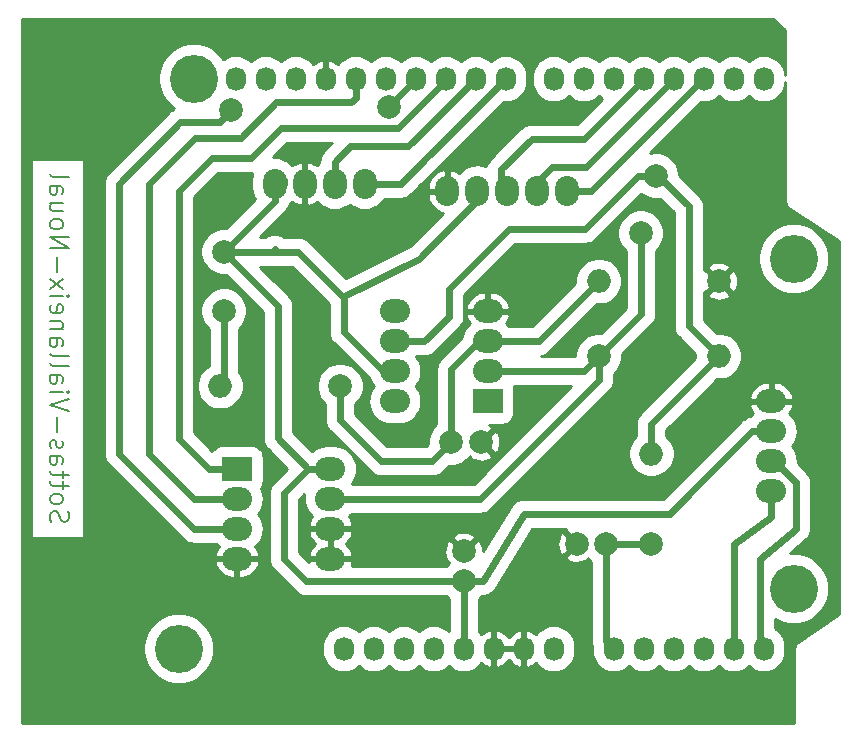
<source format=gbr>
%TF.GenerationSoftware,KiCad,Pcbnew,(5.1.10)-1*%
%TF.CreationDate,2022-03-31T16:48:51+02:00*%
%TF.ProjectId,Shield,53686965-6c64-42e6-9b69-6361645f7063,rev?*%
%TF.SameCoordinates,Original*%
%TF.FileFunction,Copper,L2,Bot*%
%TF.FilePolarity,Positive*%
%FSLAX46Y46*%
G04 Gerber Fmt 4.6, Leading zero omitted, Abs format (unit mm)*
G04 Created by KiCad (PCBNEW (5.1.10)-1) date 2022-03-31 16:48:51*
%MOMM*%
%LPD*%
G01*
G04 APERTURE LIST*
%TA.AperFunction,NonConductor*%
%ADD10C,0.150000*%
%TD*%
%TA.AperFunction,ComponentPad*%
%ADD11O,2.540000X2.000000*%
%TD*%
%TA.AperFunction,ComponentPad*%
%ADD12R,2.540000X2.000000*%
%TD*%
%TA.AperFunction,ComponentPad*%
%ADD13O,2.000000X2.540000*%
%TD*%
%TA.AperFunction,ComponentPad*%
%ADD14C,2.000000*%
%TD*%
%TA.AperFunction,ComponentPad*%
%ADD15O,2.000000X2.000000*%
%TD*%
%TA.AperFunction,ComponentPad*%
%ADD16O,1.727200X2.032000*%
%TD*%
%TA.AperFunction,ComponentPad*%
%ADD17C,4.064000*%
%TD*%
%TA.AperFunction,ViaPad*%
%ADD18C,2.000000*%
%TD*%
%TA.AperFunction,Conductor*%
%ADD19C,0.600000*%
%TD*%
%TA.AperFunction,Conductor*%
%ADD20C,0.500000*%
%TD*%
%TA.AperFunction,Conductor*%
%ADD21C,0.254000*%
%TD*%
%TA.AperFunction,Conductor*%
%ADD22C,0.100000*%
%TD*%
G04 APERTURE END LIST*
D10*
X114160380Y-113091666D02*
X114084190Y-112863095D01*
X114084190Y-112482142D01*
X114160380Y-112329761D01*
X114236571Y-112253571D01*
X114388952Y-112177380D01*
X114541333Y-112177380D01*
X114693714Y-112253571D01*
X114769904Y-112329761D01*
X114846095Y-112482142D01*
X114922285Y-112786904D01*
X114998476Y-112939285D01*
X115074666Y-113015476D01*
X115227047Y-113091666D01*
X115379428Y-113091666D01*
X115531809Y-113015476D01*
X115608000Y-112939285D01*
X115684190Y-112786904D01*
X115684190Y-112405952D01*
X115608000Y-112177380D01*
X114084190Y-111263095D02*
X114160380Y-111415476D01*
X114236571Y-111491666D01*
X114388952Y-111567857D01*
X114846095Y-111567857D01*
X114998476Y-111491666D01*
X115074666Y-111415476D01*
X115150857Y-111263095D01*
X115150857Y-111034523D01*
X115074666Y-110882142D01*
X114998476Y-110805952D01*
X114846095Y-110729761D01*
X114388952Y-110729761D01*
X114236571Y-110805952D01*
X114160380Y-110882142D01*
X114084190Y-111034523D01*
X114084190Y-111263095D01*
X115150857Y-110272619D02*
X115150857Y-109663095D01*
X115684190Y-110044047D02*
X114312761Y-110044047D01*
X114160380Y-109967857D01*
X114084190Y-109815476D01*
X114084190Y-109663095D01*
X115150857Y-109358333D02*
X115150857Y-108748809D01*
X115684190Y-109129761D02*
X114312761Y-109129761D01*
X114160380Y-109053571D01*
X114084190Y-108901190D01*
X114084190Y-108748809D01*
X114084190Y-107529761D02*
X114922285Y-107529761D01*
X115074666Y-107605952D01*
X115150857Y-107758333D01*
X115150857Y-108063095D01*
X115074666Y-108215476D01*
X114160380Y-107529761D02*
X114084190Y-107682142D01*
X114084190Y-108063095D01*
X114160380Y-108215476D01*
X114312761Y-108291666D01*
X114465142Y-108291666D01*
X114617523Y-108215476D01*
X114693714Y-108063095D01*
X114693714Y-107682142D01*
X114769904Y-107529761D01*
X114160380Y-106844047D02*
X114084190Y-106691666D01*
X114084190Y-106386904D01*
X114160380Y-106234523D01*
X114312761Y-106158333D01*
X114388952Y-106158333D01*
X114541333Y-106234523D01*
X114617523Y-106386904D01*
X114617523Y-106615476D01*
X114693714Y-106767857D01*
X114846095Y-106844047D01*
X114922285Y-106844047D01*
X115074666Y-106767857D01*
X115150857Y-106615476D01*
X115150857Y-106386904D01*
X115074666Y-106234523D01*
X114693714Y-105472619D02*
X114693714Y-104253571D01*
X115684190Y-103720238D02*
X114084190Y-103186904D01*
X115684190Y-102653571D01*
X114084190Y-102120238D02*
X115150857Y-102120238D01*
X115684190Y-102120238D02*
X115608000Y-102196428D01*
X115531809Y-102120238D01*
X115608000Y-102044047D01*
X115684190Y-102120238D01*
X115531809Y-102120238D01*
X114084190Y-100672619D02*
X114922285Y-100672619D01*
X115074666Y-100748809D01*
X115150857Y-100901190D01*
X115150857Y-101205952D01*
X115074666Y-101358333D01*
X114160380Y-100672619D02*
X114084190Y-100825000D01*
X114084190Y-101205952D01*
X114160380Y-101358333D01*
X114312761Y-101434523D01*
X114465142Y-101434523D01*
X114617523Y-101358333D01*
X114693714Y-101205952D01*
X114693714Y-100825000D01*
X114769904Y-100672619D01*
X114084190Y-99682142D02*
X114160380Y-99834523D01*
X114312761Y-99910714D01*
X115684190Y-99910714D01*
X114084190Y-98844047D02*
X114160380Y-98996428D01*
X114312761Y-99072619D01*
X115684190Y-99072619D01*
X114084190Y-97548809D02*
X114922285Y-97548809D01*
X115074666Y-97625000D01*
X115150857Y-97777380D01*
X115150857Y-98082142D01*
X115074666Y-98234523D01*
X114160380Y-97548809D02*
X114084190Y-97701190D01*
X114084190Y-98082142D01*
X114160380Y-98234523D01*
X114312761Y-98310714D01*
X114465142Y-98310714D01*
X114617523Y-98234523D01*
X114693714Y-98082142D01*
X114693714Y-97701190D01*
X114769904Y-97548809D01*
X115150857Y-96786904D02*
X114084190Y-96786904D01*
X114998476Y-96786904D02*
X115074666Y-96710714D01*
X115150857Y-96558333D01*
X115150857Y-96329761D01*
X115074666Y-96177380D01*
X114922285Y-96101190D01*
X114084190Y-96101190D01*
X114160380Y-94729761D02*
X114084190Y-94882142D01*
X114084190Y-95186904D01*
X114160380Y-95339285D01*
X114312761Y-95415476D01*
X114922285Y-95415476D01*
X115074666Y-95339285D01*
X115150857Y-95186904D01*
X115150857Y-94882142D01*
X115074666Y-94729761D01*
X114922285Y-94653571D01*
X114769904Y-94653571D01*
X114617523Y-95415476D01*
X114084190Y-93967857D02*
X115150857Y-93967857D01*
X115684190Y-93967857D02*
X115608000Y-94044047D01*
X115531809Y-93967857D01*
X115608000Y-93891666D01*
X115684190Y-93967857D01*
X115531809Y-93967857D01*
X114084190Y-93358333D02*
X115150857Y-92520238D01*
X115150857Y-93358333D02*
X114084190Y-92520238D01*
X114693714Y-91910714D02*
X114693714Y-90691666D01*
X114084190Y-89929761D02*
X115684190Y-89929761D01*
X114084190Y-89015476D01*
X115684190Y-89015476D01*
X114084190Y-88025000D02*
X114160380Y-88177380D01*
X114236571Y-88253571D01*
X114388952Y-88329761D01*
X114846095Y-88329761D01*
X114998476Y-88253571D01*
X115074666Y-88177380D01*
X115150857Y-88025000D01*
X115150857Y-87796428D01*
X115074666Y-87644047D01*
X114998476Y-87567857D01*
X114846095Y-87491666D01*
X114388952Y-87491666D01*
X114236571Y-87567857D01*
X114160380Y-87644047D01*
X114084190Y-87796428D01*
X114084190Y-88025000D01*
X115150857Y-86120238D02*
X114084190Y-86120238D01*
X115150857Y-86805952D02*
X114312761Y-86805952D01*
X114160380Y-86729761D01*
X114084190Y-86577380D01*
X114084190Y-86348809D01*
X114160380Y-86196428D01*
X114236571Y-86120238D01*
X114084190Y-84672619D02*
X114922285Y-84672619D01*
X115074666Y-84748809D01*
X115150857Y-84901190D01*
X115150857Y-85205952D01*
X115074666Y-85358333D01*
X114160380Y-84672619D02*
X114084190Y-84825000D01*
X114084190Y-85205952D01*
X114160380Y-85358333D01*
X114312761Y-85434523D01*
X114465142Y-85434523D01*
X114617523Y-85358333D01*
X114693714Y-85205952D01*
X114693714Y-84825000D01*
X114769904Y-84672619D01*
X114084190Y-83682142D02*
X114160380Y-83834523D01*
X114312761Y-83910714D01*
X115684190Y-83910714D01*
D11*
%TO.P,U5,4*%
%TO.N,GND*%
X129898000Y-116205000D03*
%TO.P,U5,5*%
X137818000Y-116205000D03*
%TO.P,U5,3*%
%TO.N,SI*%
X129898000Y-113665000D03*
%TO.P,U5,6*%
%TO.N,GND*%
X137818000Y-113665000D03*
%TO.P,U5,2*%
%TO.N,SCK*%
X129898000Y-111125000D03*
%TO.P,U5,7*%
%TO.N,IN-*%
X137818000Y-111125000D03*
D12*
%TO.P,U5,1*%
%TO.N,CS*%
X129898000Y-108585000D03*
D11*
%TO.P,U5,8*%
%TO.N,+5V*%
X137818000Y-108585000D03*
%TD*%
%TO.P,U3,4*%
%TO.N,SDA*%
X175133000Y-110490000D03*
%TO.P,U3,3*%
%TO.N,SCL*%
X175133000Y-107950000D03*
%TO.P,U3,2*%
%TO.N,+5V*%
X175133000Y-105410000D03*
%TO.P,U3,1*%
%TO.N,GND*%
X175133000Y-102870000D03*
%TD*%
D13*
%TO.P,U4,4*%
%TO.N,RXD*%
X140698000Y-84455000D03*
%TO.P,U4,3*%
%TO.N,TXD*%
X138158000Y-84455000D03*
%TO.P,U4,2*%
%TO.N,GND*%
X135618000Y-84455000D03*
%TO.P,U4,1*%
%TO.N,+5V*%
X133078000Y-84455000D03*
%TD*%
%TO.P,U2,5*%
%TO.N,CLK*%
X157853000Y-85090000D03*
%TO.P,U2,4*%
%TO.N,DT*%
X155313000Y-85090000D03*
%TO.P,U2,3*%
%TO.N,SW*%
X152773000Y-85090000D03*
%TO.P,U2,2*%
%TO.N,+5V*%
X150233000Y-85090000D03*
%TO.P,U2,1*%
%TO.N,GND*%
X147693000Y-85090000D03*
%TD*%
D11*
%TO.P,U1,8*%
%TO.N,Net-(U1-Pad8)*%
X143256000Y-102870000D03*
D12*
%TO.P,U1,1*%
%TO.N,Net-(U1-Pad1)*%
X151130000Y-102870000D03*
D11*
%TO.P,U1,7*%
%TO.N,+5V*%
X143256000Y-100330000D03*
%TO.P,U1,2*%
%TO.N,IN-*%
X151130000Y-100330000D03*
%TO.P,U1,6*%
%TO.N,Net-(C4-Pad1)*%
X143256000Y-97790000D03*
%TO.P,U1,3*%
%TO.N,Net-(C1-Pad1)*%
X151130000Y-97790000D03*
%TO.P,U1,5*%
%TO.N,Net-(U1-Pad5)*%
X143256000Y-95250000D03*
%TO.P,U1,4*%
%TO.N,GND*%
X151130000Y-95250000D03*
%TD*%
D14*
%TO.P,Rsens1,2*%
%TO.N,+5V*%
X128778000Y-90210000D03*
%TO.P,Rsens1,1*%
%TO.N,Net-(R5-Pad2)*%
X128778000Y-95210000D03*
%TD*%
D15*
%TO.P,R6,2*%
%TO.N,Net-(C4-Pad1)*%
X164973000Y-107315000D03*
D14*
%TO.P,R6,1*%
%TO.N,Vadc*%
X164973000Y-114935000D03*
%TD*%
D15*
%TO.P,R5,2*%
%TO.N,Net-(R5-Pad2)*%
X128478000Y-101600000D03*
D14*
%TO.P,R5,1*%
%TO.N,Net-(C1-Pad1)*%
X138638000Y-101600000D03*
%TD*%
D15*
%TO.P,R3,2*%
%TO.N,Net-(C4-Pad1)*%
X170688000Y-99060000D03*
D14*
%TO.P,R3,1*%
%TO.N,IN-*%
X160528000Y-99060000D03*
%TD*%
D15*
%TO.P,R1,2*%
%TO.N,Net-(C1-Pad1)*%
X160528000Y-92710000D03*
D14*
%TO.P,R1,1*%
%TO.N,GND*%
X170688000Y-92710000D03*
%TD*%
%TO.P,C4,2*%
%TO.N,IN-*%
X164078905Y-88614629D03*
%TO.P,C4,1*%
%TO.N,Net-(C4-Pad1)*%
X165373000Y-83785000D03*
%TD*%
D16*
%TO.P,P1,1*%
%TO.N,Net-(P1-Pad1)*%
X138938000Y-123825000D03*
%TO.P,P1,2*%
%TO.N,/IOREF*%
X141478000Y-123825000D03*
%TO.P,P1,3*%
%TO.N,/Reset*%
X144018000Y-123825000D03*
%TO.P,P1,4*%
%TO.N,+3V3*%
X146558000Y-123825000D03*
%TO.P,P1,5*%
%TO.N,+5V*%
X149098000Y-123825000D03*
%TO.P,P1,6*%
%TO.N,GND*%
X151638000Y-123825000D03*
%TO.P,P1,7*%
X154178000Y-123825000D03*
%TO.P,P1,8*%
%TO.N,/Vin*%
X156718000Y-123825000D03*
%TD*%
%TO.P,P2,1*%
%TO.N,Vadc*%
X161798000Y-123825000D03*
%TO.P,P2,2*%
%TO.N,/A1*%
X164338000Y-123825000D03*
%TO.P,P2,3*%
%TO.N,/A2*%
X166878000Y-123825000D03*
%TO.P,P2,4*%
%TO.N,/A3*%
X169418000Y-123825000D03*
%TO.P,P2,5*%
%TO.N,SDA*%
X171958000Y-123825000D03*
%TO.P,P2,6*%
%TO.N,SCL*%
X174498000Y-123825000D03*
%TD*%
%TO.P,P3,1*%
%TO.N,Net-(P3-Pad1)*%
X129794000Y-75565000D03*
%TO.P,P3,2*%
%TO.N,Net-(P3-Pad2)*%
X132334000Y-75565000D03*
%TO.P,P3,3*%
%TO.N,/AREF*%
X134874000Y-75565000D03*
%TO.P,P3,4*%
%TO.N,GND*%
X137414000Y-75565000D03*
%TO.P,P3,5*%
%TO.N,SCK*%
X139954000Y-75565000D03*
%TO.P,P3,6*%
%TO.N,/12(MISO)*%
X142494000Y-75565000D03*
%TO.P,P3,7*%
%TO.N,SI*%
X145034000Y-75565000D03*
%TO.P,P3,8*%
%TO.N,CS*%
X147574000Y-75565000D03*
%TO.P,P3,9*%
%TO.N,TXD*%
X150114000Y-75565000D03*
%TO.P,P3,10*%
%TO.N,RXD*%
X152654000Y-75565000D03*
%TD*%
%TO.P,P4,1*%
%TO.N,/7*%
X156718000Y-75565000D03*
%TO.P,P4,2*%
%TO.N,/6(\u002A\u002A)*%
X159258000Y-75565000D03*
%TO.P,P4,3*%
%TO.N,/5(\u002A\u002A)*%
X161798000Y-75565000D03*
%TO.P,P4,4*%
%TO.N,SW*%
X164338000Y-75565000D03*
%TO.P,P4,5*%
%TO.N,DT*%
X166878000Y-75565000D03*
%TO.P,P4,6*%
%TO.N,CLK*%
X169418000Y-75565000D03*
%TO.P,P4,7*%
%TO.N,/1(Tx)*%
X171958000Y-75565000D03*
%TO.P,P4,8*%
%TO.N,/0(Rx)*%
X174498000Y-75565000D03*
%TD*%
D17*
%TO.P,P5,1*%
%TO.N,Net-(P5-Pad1)*%
X124968000Y-123825000D03*
%TD*%
%TO.P,P6,1*%
%TO.N,Net-(P6-Pad1)*%
X177038000Y-118745000D03*
%TD*%
%TO.P,P7,1*%
%TO.N,Net-(P7-Pad1)*%
X126238000Y-75565000D03*
%TD*%
%TO.P,P8,1*%
%TO.N,Net-(P8-Pad1)*%
X177038000Y-90805000D03*
%TD*%
D14*
%TO.P,C1,1*%
%TO.N,Net-(C1-Pad1)*%
X148058000Y-106345000D03*
%TO.P,C1,2*%
%TO.N,GND*%
X150558000Y-106345000D03*
%TD*%
%TO.P,C2,1*%
%TO.N,Vadc*%
X161163000Y-114935000D03*
%TO.P,C2,2*%
%TO.N,GND*%
X158663000Y-114935000D03*
%TD*%
%TO.P,C3,2*%
%TO.N,+5V*%
X149098000Y-118070000D03*
%TO.P,C3,1*%
%TO.N,GND*%
X149098000Y-115570000D03*
%TD*%
D18*
%TO.N,SI*%
X142748000Y-77952600D03*
X129426303Y-78254506D03*
%TD*%
D19*
%TO.N,+5V*%
X143531598Y-100330000D02*
X143256000Y-100330000D01*
X174247352Y-105410000D02*
X175133000Y-105410000D01*
X173513649Y-105410000D02*
X175133000Y-105410000D01*
X138863000Y-94020000D02*
X138938000Y-93945000D01*
X135053000Y-90210000D02*
X138863000Y-94020000D01*
X149098000Y-118070000D02*
X149098000Y-123825000D01*
X168290824Y-110632824D02*
X173513649Y-105410000D01*
X168128650Y-110794999D02*
X168290824Y-110632824D01*
X135948000Y-108585000D02*
X137818000Y-108585000D01*
X166528648Y-112395000D02*
X168290824Y-110632824D01*
X154178000Y-112395000D02*
X166528648Y-112395000D01*
X150705500Y-118070000D02*
X154178000Y-112395000D01*
X149098000Y-118070000D02*
X150705500Y-118070000D01*
X133858000Y-116205000D02*
X133858000Y-110675000D01*
X133858000Y-110675000D02*
X135948000Y-108585000D01*
X135723000Y-118070000D02*
X133858000Y-116205000D01*
X149098000Y-118070000D02*
X135723000Y-118070000D01*
X145288000Y-90805000D02*
X138938000Y-93945000D01*
X150233000Y-85860000D02*
X150233000Y-85090000D01*
X145288000Y-90805000D02*
X150233000Y-85860000D01*
%TO.N,Net-(C1-Pad1)*%
X155448000Y-97790000D02*
X160528000Y-92710000D01*
X151130000Y-97790000D02*
X155448000Y-97790000D01*
%TO.N,Vadc*%
X161163000Y-114935000D02*
X164973000Y-114935000D01*
X161163000Y-123190000D02*
X161798000Y-123825000D01*
X161163000Y-114935000D02*
X161163000Y-123190000D01*
%TO.N,IN-*%
X159258000Y-100330000D02*
X151130000Y-100330000D01*
X160528000Y-99060000D02*
X159258000Y-100330000D01*
%TO.N,Net-(C4-Pad1)*%
X168148000Y-96520000D02*
X170688000Y-99060000D01*
X168148000Y-86360000D02*
X168148000Y-96520000D01*
X164973000Y-83185000D02*
X168148000Y-86360000D01*
%TO.N,SDA*%
X171958000Y-114935000D02*
X171958000Y-123825000D01*
X175133000Y-112696495D02*
X171958000Y-114935000D01*
X175133000Y-110490000D02*
X175133000Y-112696495D01*
%TO.N,SCL*%
X175133000Y-107950000D02*
X174498000Y-107950000D01*
X174205999Y-116205000D02*
X174205999Y-123532999D01*
X177203010Y-109744412D02*
X177203010Y-113665000D01*
X177203010Y-113665000D02*
X174205999Y-116205000D01*
X175408598Y-107950000D02*
X177203010Y-109744412D01*
X174205999Y-123532999D02*
X174498000Y-123825000D01*
X175133000Y-107950000D02*
X175408598Y-107950000D01*
%TO.N,+5V*%
X133858000Y-84179402D02*
X133858000Y-84455000D01*
X133078000Y-89978000D02*
X133310000Y-90210000D01*
X133310000Y-90210000D02*
X135053000Y-90210000D01*
X128778000Y-90210000D02*
X133310000Y-90210000D01*
X133078000Y-85910000D02*
X128778000Y-90210000D01*
X133078000Y-84455000D02*
X133078000Y-85910000D01*
X138938000Y-97028000D02*
X138938000Y-93945000D01*
X142240000Y-100330000D02*
X138938000Y-97028000D01*
X143256000Y-100330000D02*
X142240000Y-100330000D01*
X133350000Y-94782000D02*
X131953000Y-93385000D01*
X131953000Y-93385000D02*
X128778000Y-90210000D01*
X133350000Y-105987000D02*
X133350000Y-94782000D01*
X135948000Y-108585000D02*
X133350000Y-105987000D01*
%TO.N,Net-(C1-Pad1)*%
X148457999Y-105945001D02*
X148058000Y-106345000D01*
X148058000Y-100162138D02*
X148058000Y-106345000D01*
X149990148Y-98229990D02*
X148058000Y-100162138D01*
X150414412Y-98229990D02*
X149990148Y-98229990D01*
X150854402Y-97790000D02*
X150414412Y-98229990D01*
X151130000Y-97790000D02*
X150854402Y-97790000D01*
X146453000Y-107950000D02*
X148058000Y-106345000D01*
X142113000Y-107950000D02*
X146453000Y-107950000D01*
X138638000Y-104475000D02*
X142113000Y-107950000D01*
X138638000Y-101600000D02*
X138638000Y-104475000D01*
%TO.N,IN-*%
X160528000Y-101092000D02*
X160528000Y-99060000D01*
X150495000Y-111125000D02*
X160528000Y-101092000D01*
X137818000Y-111125000D02*
X150495000Y-111125000D01*
X163068000Y-96520000D02*
X160528000Y-99060000D01*
X164078905Y-95509095D02*
X163068000Y-96520000D01*
X164078905Y-88614629D02*
X164078905Y-95509095D01*
%TO.N,Net-(C4-Pad1)*%
X164973000Y-104775000D02*
X170688000Y-99060000D01*
X164973000Y-107315000D02*
X164973000Y-104775000D01*
X163865000Y-83785000D02*
X165373000Y-83785000D01*
X159385000Y-88265000D02*
X163865000Y-83785000D01*
X147828000Y-93345000D02*
X152908000Y-88265000D01*
X152908000Y-88265000D02*
X159385000Y-88265000D01*
X147828000Y-95736402D02*
X147828000Y-93345000D01*
X145774402Y-97790000D02*
X147828000Y-95736402D01*
X143256000Y-97790000D02*
X145774402Y-97790000D01*
%TO.N,TXD*%
X144399000Y-81280000D02*
X150114000Y-75565000D01*
X144394020Y-81284980D02*
X144399000Y-81280000D01*
X138158000Y-82585000D02*
X139463000Y-81280000D01*
X138158000Y-82585000D02*
X138158000Y-84455000D01*
X139458020Y-81284980D02*
X138158000Y-82585000D01*
X144394020Y-81284980D02*
X139458020Y-81284980D01*
%TO.N,RXD*%
X143764000Y-84455000D02*
X145859500Y-82359500D01*
X140698000Y-84455000D02*
X143764000Y-84455000D01*
X145859500Y-82359500D02*
X152654000Y-75565000D01*
X145834010Y-82384990D02*
X145859500Y-82359500D01*
%TO.N,DT*%
X159423010Y-83019990D02*
X166878000Y-75565000D01*
X156607412Y-83019990D02*
X159423010Y-83019990D01*
X154813000Y-84814402D02*
X156607412Y-83019990D01*
X154813000Y-85090000D02*
X154813000Y-84814402D01*
%TO.N,SW*%
X159258000Y-80645000D02*
X164338000Y-75565000D01*
X154848000Y-80645000D02*
X159258000Y-80645000D01*
X152273000Y-83220000D02*
X154848000Y-80645000D01*
X152273000Y-85090000D02*
X152273000Y-83220000D01*
%TO.N,CLK*%
X169383099Y-75565000D02*
X169418000Y-75565000D01*
X159858099Y-85090000D02*
X169383099Y-75565000D01*
X157353000Y-85090000D02*
X159858099Y-85090000D01*
%TO.N,Net-(R5-Pad2)*%
X128778000Y-101300000D02*
X128478000Y-101600000D01*
X128778000Y-95210000D02*
X128778000Y-101300000D01*
%TO.N,SCK*%
X126238000Y-111125000D02*
X129898000Y-111125000D01*
X122428000Y-107315000D02*
X126238000Y-111125000D01*
X126328485Y-80554515D02*
X122428000Y-84455000D01*
X122428000Y-84455000D02*
X122428000Y-107315000D01*
X130265485Y-80554515D02*
X126328485Y-80554515D01*
X139954000Y-77216000D02*
X139588990Y-77581010D01*
X139954000Y-75565000D02*
X139954000Y-77216000D01*
X133238990Y-77581010D02*
X130265485Y-80554515D01*
X139588990Y-77581010D02*
X133238990Y-77581010D01*
D20*
%TO.N,SI*%
X145288000Y-75819000D02*
X145034000Y-75565000D01*
D19*
X145034000Y-75565000D02*
X145034000Y-75819000D01*
X142748000Y-77851000D02*
X145034000Y-75565000D01*
X129898000Y-113665000D02*
X126238000Y-113665000D01*
X126238000Y-113665000D02*
X119888000Y-107315000D01*
X119888000Y-107315000D02*
X119888000Y-84455000D01*
X119888000Y-84455000D02*
X125088495Y-79254505D01*
X125088495Y-79254505D02*
X128426304Y-79254505D01*
X128426304Y-79254505D02*
X129426303Y-78254506D01*
D20*
%TO.N,CS*%
X147828000Y-75819000D02*
X147574000Y-75565000D01*
D19*
X147574000Y-75717400D02*
X147574000Y-75565000D01*
X143538799Y-79752601D02*
X147574000Y-75717400D01*
X133607399Y-79752601D02*
X143538799Y-79752601D01*
X127782988Y-82275012D02*
X131084988Y-82275012D01*
X131084988Y-82275012D02*
X133607399Y-79752601D01*
X124968000Y-85090000D02*
X127782988Y-82275012D01*
X124968000Y-106045000D02*
X124968000Y-85090000D01*
X127508000Y-108585000D02*
X124968000Y-106045000D01*
X129898000Y-108585000D02*
X127508000Y-108585000D01*
%TD*%
D21*
%TO.N,GND*%
X176336001Y-71448800D02*
X176336001Y-75295796D01*
X176311967Y-75051779D01*
X176206720Y-74704825D01*
X176035807Y-74385070D01*
X175805798Y-74104802D01*
X175525529Y-73874793D01*
X175205774Y-73703880D01*
X174858820Y-73598633D01*
X174498000Y-73563095D01*
X174137179Y-73598633D01*
X173790225Y-73703880D01*
X173470470Y-73874793D01*
X173228000Y-74073782D01*
X172985529Y-73874793D01*
X172665774Y-73703880D01*
X172318820Y-73598633D01*
X171958000Y-73563095D01*
X171597179Y-73598633D01*
X171250225Y-73703880D01*
X170930470Y-73874793D01*
X170688000Y-74073782D01*
X170445529Y-73874793D01*
X170125774Y-73703880D01*
X169778820Y-73598633D01*
X169418000Y-73563095D01*
X169057179Y-73598633D01*
X168710225Y-73703880D01*
X168390470Y-73874793D01*
X168148000Y-74073782D01*
X167905529Y-73874793D01*
X167585774Y-73703880D01*
X167238820Y-73598633D01*
X166878000Y-73563095D01*
X166517179Y-73598633D01*
X166170225Y-73703880D01*
X165850470Y-73874793D01*
X165608000Y-74073782D01*
X165365529Y-73874793D01*
X165045774Y-73703880D01*
X164698820Y-73598633D01*
X164338000Y-73563095D01*
X163977179Y-73598633D01*
X163630225Y-73703880D01*
X163310470Y-73874793D01*
X163068000Y-74073782D01*
X162825529Y-73874793D01*
X162505774Y-73703880D01*
X162158820Y-73598633D01*
X161798000Y-73563095D01*
X161437179Y-73598633D01*
X161090225Y-73703880D01*
X160770470Y-73874793D01*
X160528000Y-74073782D01*
X160285529Y-73874793D01*
X159965774Y-73703880D01*
X159618820Y-73598633D01*
X159258000Y-73563095D01*
X158897179Y-73598633D01*
X158550225Y-73703880D01*
X158230470Y-73874793D01*
X157988000Y-74073782D01*
X157745529Y-73874793D01*
X157425774Y-73703880D01*
X157078820Y-73598633D01*
X156718000Y-73563095D01*
X156357179Y-73598633D01*
X156010225Y-73703880D01*
X155690470Y-73874793D01*
X155410202Y-74104802D01*
X155180193Y-74385071D01*
X155009280Y-74704826D01*
X154904033Y-75051780D01*
X154877400Y-75322188D01*
X154877400Y-75807813D01*
X154904033Y-76078221D01*
X155009280Y-76425175D01*
X155180193Y-76744930D01*
X155410202Y-77025198D01*
X155690471Y-77255207D01*
X156010226Y-77426120D01*
X156357180Y-77531367D01*
X156718000Y-77566905D01*
X157078821Y-77531367D01*
X157425775Y-77426120D01*
X157745530Y-77255207D01*
X157988000Y-77056218D01*
X158230471Y-77255207D01*
X158550226Y-77426120D01*
X158897180Y-77531367D01*
X159258000Y-77566905D01*
X159618821Y-77531367D01*
X159965775Y-77426120D01*
X160285530Y-77255207D01*
X160528000Y-77056218D01*
X160770471Y-77255207D01*
X160816982Y-77280068D01*
X158729050Y-79368000D01*
X154910726Y-79368000D01*
X154848000Y-79361822D01*
X154785274Y-79368000D01*
X154597664Y-79386478D01*
X154356949Y-79459498D01*
X154135104Y-79578076D01*
X153940656Y-79737656D01*
X153900670Y-79786379D01*
X151414380Y-82272670D01*
X151365657Y-82312656D01*
X151206077Y-82507104D01*
X151151166Y-82609836D01*
X151087499Y-82728949D01*
X151014478Y-82969665D01*
X151012013Y-82994695D01*
X150993225Y-82984653D01*
X150620559Y-82871606D01*
X150233000Y-82833435D01*
X149845440Y-82871606D01*
X149472774Y-82984653D01*
X149129324Y-83168232D01*
X148828286Y-83415286D01*
X148720322Y-83546841D01*
X148495761Y-83389990D01*
X148201355Y-83260856D01*
X148073434Y-83229876D01*
X147820000Y-83349223D01*
X147820000Y-84963000D01*
X147840000Y-84963000D01*
X147840000Y-85217000D01*
X147820000Y-85217000D01*
X147820000Y-85237000D01*
X147566000Y-85237000D01*
X147566000Y-85217000D01*
X146058000Y-85217000D01*
X146058000Y-85487000D01*
X146114193Y-85803532D01*
X146231058Y-86103020D01*
X146404105Y-86373954D01*
X146626683Y-86605922D01*
X146890239Y-86790010D01*
X147184645Y-86919144D01*
X147312566Y-86950124D01*
X147358607Y-86928442D01*
X144533608Y-89753442D01*
X139092806Y-92443855D01*
X136000335Y-89351385D01*
X135960344Y-89302656D01*
X135765896Y-89143076D01*
X135544051Y-89024498D01*
X135303336Y-88951478D01*
X135115726Y-88933000D01*
X135053000Y-88926822D01*
X134990274Y-88933000D01*
X133817608Y-88933000D01*
X133790895Y-88911077D01*
X133569051Y-88792499D01*
X133328335Y-88719478D01*
X133078000Y-88694822D01*
X132827665Y-88719478D01*
X132586949Y-88792499D01*
X132365105Y-88911077D01*
X132338392Y-88933000D01*
X131860951Y-88933000D01*
X133936620Y-86857331D01*
X133985344Y-86817344D01*
X134144924Y-86622896D01*
X134263502Y-86401051D01*
X134300432Y-86279308D01*
X134482714Y-86129714D01*
X134590678Y-85998159D01*
X134815239Y-86155010D01*
X135109645Y-86284144D01*
X135237566Y-86315124D01*
X135491000Y-86195777D01*
X135491000Y-84582000D01*
X135471000Y-84582000D01*
X135471000Y-84328000D01*
X135491000Y-84328000D01*
X135491000Y-82714223D01*
X135237566Y-82594876D01*
X135109645Y-82625856D01*
X134815239Y-82754990D01*
X134590678Y-82911841D01*
X134482714Y-82780286D01*
X134181676Y-82533232D01*
X133838225Y-82349653D01*
X133465559Y-82236606D01*
X133078000Y-82198435D01*
X132955445Y-82210506D01*
X134136350Y-81029601D01*
X137907448Y-81029601D01*
X137299385Y-81637665D01*
X137250656Y-81677656D01*
X137091076Y-81872105D01*
X136972498Y-82093950D01*
X136929224Y-82236606D01*
X136899478Y-82334665D01*
X136874822Y-82585000D01*
X136881000Y-82647727D01*
X136881000Y-82675474D01*
X136753286Y-82780286D01*
X136645322Y-82911841D01*
X136420761Y-82754990D01*
X136126355Y-82625856D01*
X135998434Y-82594876D01*
X135745000Y-82714223D01*
X135745000Y-84328000D01*
X135765000Y-84328000D01*
X135765000Y-84582000D01*
X135745000Y-84582000D01*
X135745000Y-86195777D01*
X135998434Y-86315124D01*
X136126355Y-86284144D01*
X136420761Y-86155010D01*
X136645323Y-85998159D01*
X136753287Y-86129714D01*
X137054325Y-86376768D01*
X137397775Y-86560347D01*
X137770441Y-86673394D01*
X138158000Y-86711565D01*
X138545560Y-86673394D01*
X138918226Y-86560347D01*
X139261676Y-86376768D01*
X139428001Y-86240270D01*
X139594325Y-86376768D01*
X139937775Y-86560347D01*
X140310441Y-86673394D01*
X140698000Y-86711565D01*
X141085560Y-86673394D01*
X141458226Y-86560347D01*
X141801676Y-86376768D01*
X142102714Y-86129714D01*
X142349768Y-85828676D01*
X142401443Y-85732000D01*
X143701274Y-85732000D01*
X143764000Y-85738178D01*
X143826726Y-85732000D01*
X144014336Y-85713522D01*
X144255051Y-85640502D01*
X144476896Y-85521924D01*
X144671344Y-85362344D01*
X144711335Y-85313615D01*
X145331950Y-84693000D01*
X146058000Y-84693000D01*
X146058000Y-84963000D01*
X147566000Y-84963000D01*
X147566000Y-83349223D01*
X147312566Y-83229876D01*
X147184645Y-83260856D01*
X146890239Y-83389990D01*
X146626683Y-83574078D01*
X146404105Y-83806046D01*
X146231058Y-84076980D01*
X146114193Y-84376468D01*
X146058000Y-84693000D01*
X145331950Y-84693000D01*
X146806829Y-83218122D01*
X146806834Y-83218116D01*
X152475615Y-77549335D01*
X152654000Y-77566905D01*
X153014821Y-77531367D01*
X153361775Y-77426120D01*
X153681530Y-77255207D01*
X153961798Y-77025198D01*
X154191807Y-76744930D01*
X154362720Y-76425174D01*
X154467967Y-76078220D01*
X154494600Y-75807812D01*
X154494600Y-75322187D01*
X154467967Y-75051779D01*
X154362720Y-74704825D01*
X154191807Y-74385070D01*
X153961798Y-74104802D01*
X153681529Y-73874793D01*
X153361774Y-73703880D01*
X153014820Y-73598633D01*
X152654000Y-73563095D01*
X152293179Y-73598633D01*
X151946225Y-73703880D01*
X151626470Y-73874793D01*
X151384000Y-74073782D01*
X151141529Y-73874793D01*
X150821774Y-73703880D01*
X150474820Y-73598633D01*
X150114000Y-73563095D01*
X149753179Y-73598633D01*
X149406225Y-73703880D01*
X149086470Y-73874793D01*
X148844000Y-74073782D01*
X148601529Y-73874793D01*
X148281774Y-73703880D01*
X147934820Y-73598633D01*
X147574000Y-73563095D01*
X147213179Y-73598633D01*
X146866225Y-73703880D01*
X146546470Y-73874793D01*
X146304000Y-74073782D01*
X146061529Y-73874793D01*
X145741774Y-73703880D01*
X145394820Y-73598633D01*
X145034000Y-73563095D01*
X144673179Y-73598633D01*
X144326225Y-73703880D01*
X144006470Y-73874793D01*
X143764000Y-74073782D01*
X143521529Y-73874793D01*
X143201774Y-73703880D01*
X142854820Y-73598633D01*
X142494000Y-73563095D01*
X142133179Y-73598633D01*
X141786225Y-73703880D01*
X141466470Y-73874793D01*
X141224000Y-74073782D01*
X140981529Y-73874793D01*
X140661774Y-73703880D01*
X140314820Y-73598633D01*
X139954000Y-73563095D01*
X139593179Y-73598633D01*
X139246225Y-73703880D01*
X138926470Y-73874793D01*
X138646202Y-74104802D01*
X138453014Y-74340205D01*
X138316035Y-74214267D01*
X138064919Y-74061314D01*
X137788789Y-73960291D01*
X137773026Y-73957642D01*
X137541000Y-74078783D01*
X137541000Y-75438000D01*
X137561000Y-75438000D01*
X137561000Y-75692000D01*
X137541000Y-75692000D01*
X137541000Y-75712000D01*
X137287000Y-75712000D01*
X137287000Y-75692000D01*
X137267000Y-75692000D01*
X137267000Y-75438000D01*
X137287000Y-75438000D01*
X137287000Y-74078783D01*
X137054974Y-73957642D01*
X137039211Y-73960291D01*
X136763081Y-74061314D01*
X136511965Y-74214267D01*
X136374987Y-74340204D01*
X136181798Y-74104802D01*
X135901529Y-73874793D01*
X135581774Y-73703880D01*
X135234820Y-73598633D01*
X134874000Y-73563095D01*
X134513179Y-73598633D01*
X134166225Y-73703880D01*
X133846470Y-73874793D01*
X133604000Y-74073782D01*
X133361529Y-73874793D01*
X133041774Y-73703880D01*
X132694820Y-73598633D01*
X132334000Y-73563095D01*
X131973179Y-73598633D01*
X131626225Y-73703880D01*
X131306470Y-73874793D01*
X131064000Y-74073782D01*
X130821529Y-73874793D01*
X130501774Y-73703880D01*
X130154820Y-73598633D01*
X129794000Y-73563095D01*
X129433179Y-73598633D01*
X129086225Y-73703880D01*
X128766470Y-73874793D01*
X128741323Y-73895431D01*
X128575243Y-73646874D01*
X128156126Y-73227757D01*
X127663296Y-72898459D01*
X127115693Y-72671634D01*
X126534361Y-72556000D01*
X125941639Y-72556000D01*
X125360307Y-72671634D01*
X124812704Y-72898459D01*
X124319874Y-73227757D01*
X123900757Y-73646874D01*
X123571459Y-74139704D01*
X123344634Y-74687307D01*
X123229000Y-75268639D01*
X123229000Y-75861361D01*
X123344634Y-76442693D01*
X123571459Y-76990296D01*
X123900757Y-77483126D01*
X124319874Y-77902243D01*
X124581890Y-78077317D01*
X124375599Y-78187581D01*
X124181151Y-78347161D01*
X124141165Y-78395884D01*
X119029380Y-83507670D01*
X118980657Y-83547656D01*
X118821077Y-83742104D01*
X118734276Y-83904498D01*
X118702499Y-83963949D01*
X118629478Y-84204665D01*
X118604822Y-84455000D01*
X118611001Y-84517736D01*
X118611000Y-107252274D01*
X118604822Y-107315000D01*
X118614368Y-107411923D01*
X118629478Y-107565335D01*
X118702498Y-107806050D01*
X118821076Y-108027895D01*
X118980656Y-108222344D01*
X119029385Y-108262335D01*
X125290669Y-114523620D01*
X125330656Y-114572344D01*
X125525104Y-114731924D01*
X125746949Y-114850502D01*
X125982060Y-114921822D01*
X125987664Y-114923522D01*
X126237999Y-114948178D01*
X126300725Y-114942000D01*
X128118474Y-114942000D01*
X128223286Y-115069714D01*
X128354841Y-115177678D01*
X128197990Y-115402239D01*
X128068856Y-115696645D01*
X128037876Y-115824566D01*
X128157223Y-116078000D01*
X129771000Y-116078000D01*
X129771000Y-116058000D01*
X130025000Y-116058000D01*
X130025000Y-116078000D01*
X131638777Y-116078000D01*
X131758124Y-115824566D01*
X131727144Y-115696645D01*
X131598010Y-115402239D01*
X131441159Y-115177678D01*
X131572714Y-115069714D01*
X131819768Y-114768676D01*
X132003347Y-114425226D01*
X132116394Y-114052560D01*
X132154565Y-113665000D01*
X132116394Y-113277440D01*
X132003347Y-112904774D01*
X131819768Y-112561324D01*
X131683270Y-112395000D01*
X131819768Y-112228676D01*
X132003347Y-111885226D01*
X132116394Y-111512560D01*
X132154565Y-111125000D01*
X132116394Y-110737440D01*
X132003347Y-110364774D01*
X131919966Y-110208780D01*
X131984276Y-110130418D01*
X132074997Y-109960691D01*
X132130863Y-109776525D01*
X132149727Y-109585000D01*
X132149727Y-107585000D01*
X132130863Y-107393475D01*
X132074997Y-107209309D01*
X131984276Y-107039582D01*
X131862186Y-106890814D01*
X131713418Y-106768724D01*
X131543691Y-106678003D01*
X131359525Y-106622137D01*
X131168000Y-106603273D01*
X128628000Y-106603273D01*
X128436475Y-106622137D01*
X128252309Y-106678003D01*
X128082582Y-106768724D01*
X127933814Y-106890814D01*
X127811724Y-107039582D01*
X127796679Y-107067729D01*
X126245000Y-105516050D01*
X126245000Y-101405282D01*
X126501000Y-101405282D01*
X126501000Y-101794718D01*
X126576975Y-102176670D01*
X126726005Y-102536461D01*
X126942364Y-102860264D01*
X127217736Y-103135636D01*
X127541539Y-103351995D01*
X127901330Y-103501025D01*
X128283282Y-103577000D01*
X128672718Y-103577000D01*
X129054670Y-103501025D01*
X129414461Y-103351995D01*
X129738264Y-103135636D01*
X130013636Y-102860264D01*
X130229995Y-102536461D01*
X130379025Y-102176670D01*
X130455000Y-101794718D01*
X130455000Y-101405282D01*
X130379025Y-101023330D01*
X130229995Y-100663539D01*
X130055000Y-100401641D01*
X130055000Y-96728900D01*
X130313636Y-96470264D01*
X130529995Y-96146461D01*
X130679025Y-95786670D01*
X130755000Y-95404718D01*
X130755000Y-95015282D01*
X130679025Y-94633330D01*
X130529995Y-94273539D01*
X130313636Y-93949736D01*
X130038264Y-93674364D01*
X129714461Y-93458005D01*
X129354670Y-93308975D01*
X128972718Y-93233000D01*
X128583282Y-93233000D01*
X128201330Y-93308975D01*
X127841539Y-93458005D01*
X127517736Y-93674364D01*
X127242364Y-93949736D01*
X127026005Y-94273539D01*
X126876975Y-94633330D01*
X126801000Y-95015282D01*
X126801000Y-95404718D01*
X126876975Y-95786670D01*
X127026005Y-96146461D01*
X127242364Y-96470264D01*
X127501000Y-96728900D01*
X127501001Y-99875092D01*
X127217736Y-100064364D01*
X126942364Y-100339736D01*
X126726005Y-100663539D01*
X126576975Y-101023330D01*
X126501000Y-101405282D01*
X126245000Y-101405282D01*
X126245000Y-85618950D01*
X128311939Y-83552012D01*
X131022262Y-83552012D01*
X131084988Y-83558190D01*
X131147714Y-83552012D01*
X131205791Y-83546292D01*
X131129606Y-83797441D01*
X131101000Y-84087885D01*
X131101000Y-84822116D01*
X131129606Y-85112560D01*
X131242653Y-85485226D01*
X131400853Y-85781196D01*
X128949050Y-88233000D01*
X128583282Y-88233000D01*
X128201330Y-88308975D01*
X127841539Y-88458005D01*
X127517736Y-88674364D01*
X127242364Y-88949736D01*
X127026005Y-89273539D01*
X126876975Y-89633330D01*
X126801000Y-90015282D01*
X126801000Y-90404718D01*
X126876975Y-90786670D01*
X127026005Y-91146461D01*
X127242364Y-91470264D01*
X127517736Y-91745636D01*
X127841539Y-91961995D01*
X128201330Y-92111025D01*
X128583282Y-92187000D01*
X128949050Y-92187000D01*
X131094378Y-94332329D01*
X131094383Y-94332333D01*
X132073001Y-95310952D01*
X132073000Y-105924274D01*
X132066822Y-105987000D01*
X132084868Y-106170226D01*
X132091478Y-106237335D01*
X132164498Y-106478050D01*
X132283076Y-106699895D01*
X132442656Y-106894344D01*
X132491385Y-106934335D01*
X134142049Y-108585000D01*
X132999380Y-109727670D01*
X132950657Y-109767656D01*
X132791077Y-109962104D01*
X132695042Y-110141774D01*
X132672499Y-110183949D01*
X132599478Y-110424665D01*
X132574822Y-110675000D01*
X132581001Y-110737736D01*
X132581000Y-116142274D01*
X132574822Y-116205000D01*
X132587608Y-116334814D01*
X132599478Y-116455335D01*
X132672498Y-116696050D01*
X132791076Y-116917895D01*
X132950656Y-117112344D01*
X132999385Y-117152335D01*
X134775669Y-118928620D01*
X134815656Y-118977344D01*
X135010104Y-119136924D01*
X135231949Y-119255502D01*
X135472664Y-119328522D01*
X135660274Y-119347000D01*
X135660281Y-119347000D01*
X135722999Y-119353177D01*
X135785718Y-119347000D01*
X147579100Y-119347000D01*
X147821000Y-119588900D01*
X147821001Y-122328038D01*
X147585529Y-122134793D01*
X147265774Y-121963880D01*
X146918820Y-121858633D01*
X146558000Y-121823095D01*
X146197179Y-121858633D01*
X145850225Y-121963880D01*
X145530470Y-122134793D01*
X145288000Y-122333782D01*
X145045529Y-122134793D01*
X144725774Y-121963880D01*
X144378820Y-121858633D01*
X144018000Y-121823095D01*
X143657179Y-121858633D01*
X143310225Y-121963880D01*
X142990470Y-122134793D01*
X142748000Y-122333782D01*
X142505529Y-122134793D01*
X142185774Y-121963880D01*
X141838820Y-121858633D01*
X141478000Y-121823095D01*
X141117179Y-121858633D01*
X140770225Y-121963880D01*
X140450470Y-122134793D01*
X140208000Y-122333782D01*
X139965529Y-122134793D01*
X139645774Y-121963880D01*
X139298820Y-121858633D01*
X138938000Y-121823095D01*
X138577179Y-121858633D01*
X138230225Y-121963880D01*
X137910470Y-122134793D01*
X137630202Y-122364802D01*
X137400193Y-122645071D01*
X137229280Y-122964826D01*
X137124033Y-123311780D01*
X137097400Y-123582188D01*
X137097400Y-124067813D01*
X137124033Y-124338221D01*
X137229280Y-124685175D01*
X137400193Y-125004930D01*
X137630202Y-125285198D01*
X137910471Y-125515207D01*
X138230226Y-125686120D01*
X138577180Y-125791367D01*
X138938000Y-125826905D01*
X139298821Y-125791367D01*
X139645775Y-125686120D01*
X139965530Y-125515207D01*
X140208000Y-125316218D01*
X140450471Y-125515207D01*
X140770226Y-125686120D01*
X141117180Y-125791367D01*
X141478000Y-125826905D01*
X141838821Y-125791367D01*
X142185775Y-125686120D01*
X142505530Y-125515207D01*
X142748000Y-125316218D01*
X142990471Y-125515207D01*
X143310226Y-125686120D01*
X143657180Y-125791367D01*
X144018000Y-125826905D01*
X144378821Y-125791367D01*
X144725775Y-125686120D01*
X145045530Y-125515207D01*
X145288000Y-125316218D01*
X145530471Y-125515207D01*
X145850226Y-125686120D01*
X146197180Y-125791367D01*
X146558000Y-125826905D01*
X146918821Y-125791367D01*
X147265775Y-125686120D01*
X147585530Y-125515207D01*
X147828000Y-125316218D01*
X148070471Y-125515207D01*
X148390226Y-125686120D01*
X148737180Y-125791367D01*
X149098000Y-125826905D01*
X149458821Y-125791367D01*
X149805775Y-125686120D01*
X150125530Y-125515207D01*
X150405798Y-125285198D01*
X150598987Y-125049796D01*
X150735965Y-125175733D01*
X150987081Y-125328686D01*
X151263211Y-125429709D01*
X151278974Y-125432358D01*
X151511000Y-125311217D01*
X151511000Y-123952000D01*
X151765000Y-123952000D01*
X151765000Y-125311217D01*
X151997026Y-125432358D01*
X152012789Y-125429709D01*
X152288919Y-125328686D01*
X152540035Y-125175733D01*
X152756486Y-124976729D01*
X152908000Y-124769367D01*
X153059514Y-124976729D01*
X153275965Y-125175733D01*
X153527081Y-125328686D01*
X153803211Y-125429709D01*
X153818974Y-125432358D01*
X154051000Y-125311217D01*
X154051000Y-123952000D01*
X151765000Y-123952000D01*
X151511000Y-123952000D01*
X151491000Y-123952000D01*
X151491000Y-123698000D01*
X151511000Y-123698000D01*
X151511000Y-122338783D01*
X151765000Y-122338783D01*
X151765000Y-123698000D01*
X154051000Y-123698000D01*
X154051000Y-122338783D01*
X154305000Y-122338783D01*
X154305000Y-123698000D01*
X154325000Y-123698000D01*
X154325000Y-123952000D01*
X154305000Y-123952000D01*
X154305000Y-125311217D01*
X154537026Y-125432358D01*
X154552789Y-125429709D01*
X154828919Y-125328686D01*
X155080035Y-125175733D01*
X155217013Y-125049796D01*
X155410202Y-125285198D01*
X155690471Y-125515207D01*
X156010226Y-125686120D01*
X156357180Y-125791367D01*
X156718000Y-125826905D01*
X157078821Y-125791367D01*
X157425775Y-125686120D01*
X157745530Y-125515207D01*
X158025798Y-125285198D01*
X158255807Y-125004930D01*
X158426720Y-124685174D01*
X158531967Y-124338220D01*
X158558600Y-124067812D01*
X158558600Y-123582187D01*
X158531967Y-123311779D01*
X158426720Y-122964825D01*
X158255807Y-122645070D01*
X158025798Y-122364802D01*
X157745529Y-122134793D01*
X157425774Y-121963880D01*
X157078820Y-121858633D01*
X156718000Y-121823095D01*
X156357179Y-121858633D01*
X156010225Y-121963880D01*
X155690470Y-122134793D01*
X155410202Y-122364802D01*
X155217014Y-122600205D01*
X155080035Y-122474267D01*
X154828919Y-122321314D01*
X154552789Y-122220291D01*
X154537026Y-122217642D01*
X154305000Y-122338783D01*
X154051000Y-122338783D01*
X153818974Y-122217642D01*
X153803211Y-122220291D01*
X153527081Y-122321314D01*
X153275965Y-122474267D01*
X153059514Y-122673271D01*
X152908000Y-122880633D01*
X152756486Y-122673271D01*
X152540035Y-122474267D01*
X152288919Y-122321314D01*
X152012789Y-122220291D01*
X151997026Y-122217642D01*
X151765000Y-122338783D01*
X151511000Y-122338783D01*
X151278974Y-122217642D01*
X151263211Y-122220291D01*
X150987081Y-122321314D01*
X150735965Y-122474267D01*
X150598987Y-122600204D01*
X150405798Y-122364802D01*
X150375000Y-122339527D01*
X150375000Y-119588900D01*
X150616900Y-119347000D01*
X150668317Y-119347000D01*
X150756722Y-119352155D01*
X150856040Y-119338351D01*
X150955836Y-119328522D01*
X150980425Y-119321063D01*
X151005874Y-119317526D01*
X151100591Y-119284611D01*
X151196551Y-119255502D01*
X151219213Y-119243389D01*
X151243483Y-119234955D01*
X151329947Y-119184201D01*
X151418396Y-119136924D01*
X151438264Y-119120619D01*
X151460417Y-119107615D01*
X151535316Y-119040970D01*
X151612844Y-118977344D01*
X151629147Y-118957479D01*
X151648340Y-118940401D01*
X151708794Y-118860430D01*
X151772424Y-118782896D01*
X151814179Y-118704777D01*
X154082583Y-114997595D01*
X157021282Y-114997595D01*
X157065039Y-115316675D01*
X157170205Y-115621088D01*
X157263186Y-115795044D01*
X157527587Y-115890808D01*
X158483395Y-114935000D01*
X157527587Y-113979192D01*
X157263186Y-114074956D01*
X157122296Y-114364571D01*
X157040616Y-114676108D01*
X157021282Y-114997595D01*
X154082583Y-114997595D01*
X154893708Y-113672000D01*
X157753403Y-113672000D01*
X157707192Y-113799587D01*
X158663000Y-114755395D01*
X158677143Y-114741253D01*
X158856748Y-114920858D01*
X158842605Y-114935000D01*
X158856748Y-114949143D01*
X158677143Y-115128748D01*
X158663000Y-115114605D01*
X157707192Y-116070413D01*
X157802956Y-116334814D01*
X158092571Y-116475704D01*
X158404108Y-116557384D01*
X158725595Y-116576718D01*
X159044675Y-116532961D01*
X159349088Y-116427795D01*
X159523044Y-116334814D01*
X159592491Y-116143073D01*
X159627364Y-116195264D01*
X159886000Y-116453900D01*
X159886001Y-123127264D01*
X159879822Y-123190000D01*
X159904478Y-123440335D01*
X159957400Y-123614794D01*
X159957400Y-124067813D01*
X159984033Y-124338221D01*
X160089280Y-124685175D01*
X160260193Y-125004930D01*
X160490202Y-125285198D01*
X160770471Y-125515207D01*
X161090226Y-125686120D01*
X161437180Y-125791367D01*
X161798000Y-125826905D01*
X162158821Y-125791367D01*
X162505775Y-125686120D01*
X162825530Y-125515207D01*
X163068000Y-125316218D01*
X163310471Y-125515207D01*
X163630226Y-125686120D01*
X163977180Y-125791367D01*
X164338000Y-125826905D01*
X164698821Y-125791367D01*
X165045775Y-125686120D01*
X165365530Y-125515207D01*
X165608000Y-125316218D01*
X165850471Y-125515207D01*
X166170226Y-125686120D01*
X166517180Y-125791367D01*
X166878000Y-125826905D01*
X167238821Y-125791367D01*
X167585775Y-125686120D01*
X167905530Y-125515207D01*
X168148000Y-125316218D01*
X168390471Y-125515207D01*
X168710226Y-125686120D01*
X169057180Y-125791367D01*
X169418000Y-125826905D01*
X169778821Y-125791367D01*
X170125775Y-125686120D01*
X170445530Y-125515207D01*
X170688000Y-125316218D01*
X170930471Y-125515207D01*
X171250226Y-125686120D01*
X171597180Y-125791367D01*
X171958000Y-125826905D01*
X172318821Y-125791367D01*
X172665775Y-125686120D01*
X172985530Y-125515207D01*
X173228000Y-125316218D01*
X173470471Y-125515207D01*
X173790226Y-125686120D01*
X174137180Y-125791367D01*
X174498000Y-125826905D01*
X174858821Y-125791367D01*
X175205775Y-125686120D01*
X175525530Y-125515207D01*
X175805798Y-125285198D01*
X176035807Y-125004930D01*
X176206720Y-124685174D01*
X176311967Y-124338220D01*
X176338600Y-124067812D01*
X176338600Y-123582187D01*
X176311967Y-123311779D01*
X176206720Y-122964825D01*
X176035807Y-122645070D01*
X175805798Y-122364802D01*
X175525529Y-122134793D01*
X175482999Y-122112060D01*
X175482999Y-121324875D01*
X175612704Y-121411541D01*
X176160307Y-121638366D01*
X176741639Y-121754000D01*
X177334361Y-121754000D01*
X177915693Y-121638366D01*
X178463296Y-121411541D01*
X178956126Y-121082243D01*
X179375243Y-120663126D01*
X179704541Y-120170296D01*
X179931366Y-119622693D01*
X180047000Y-119041361D01*
X180047000Y-118448639D01*
X179931366Y-117867307D01*
X179704541Y-117319704D01*
X179375243Y-116826874D01*
X178956126Y-116407757D01*
X178463296Y-116078459D01*
X177915693Y-115851634D01*
X177334361Y-115736000D01*
X176741639Y-115736000D01*
X176732306Y-115737857D01*
X178020949Y-114645717D01*
X178110354Y-114572344D01*
X178156771Y-114515785D01*
X178207677Y-114463242D01*
X178236368Y-114418797D01*
X178269934Y-114377896D01*
X178304426Y-114313365D01*
X178344101Y-114251904D01*
X178363571Y-114202713D01*
X178388512Y-114156051D01*
X178409748Y-114086045D01*
X178436676Y-114018011D01*
X178446176Y-113965958D01*
X178461532Y-113915336D01*
X178468703Y-113842527D01*
X178481839Y-113770552D01*
X178480010Y-113654939D01*
X178480010Y-109807138D01*
X178486188Y-109744412D01*
X178461532Y-109494076D01*
X178388512Y-109253361D01*
X178374422Y-109227000D01*
X178269934Y-109031516D01*
X178110354Y-108837068D01*
X178061631Y-108797082D01*
X177373873Y-108109324D01*
X177389565Y-107950000D01*
X177351394Y-107562440D01*
X177238347Y-107189774D01*
X177054768Y-106846324D01*
X176918270Y-106680000D01*
X177054768Y-106513676D01*
X177238347Y-106170226D01*
X177351394Y-105797560D01*
X177389565Y-105410000D01*
X177351394Y-105022440D01*
X177238347Y-104649774D01*
X177054768Y-104306324D01*
X176807714Y-104005286D01*
X176676159Y-103897322D01*
X176833010Y-103672761D01*
X176962144Y-103378355D01*
X176993124Y-103250434D01*
X176873777Y-102997000D01*
X175260000Y-102997000D01*
X175260000Y-103017000D01*
X175006000Y-103017000D01*
X175006000Y-102997000D01*
X173392223Y-102997000D01*
X173272876Y-103250434D01*
X173303856Y-103378355D01*
X173432990Y-103672761D01*
X173589841Y-103897322D01*
X173458286Y-104005286D01*
X173344905Y-104143442D01*
X173263313Y-104151478D01*
X173022598Y-104224498D01*
X172800753Y-104343076D01*
X172606305Y-104502656D01*
X172566318Y-104551380D01*
X167432208Y-109685490D01*
X167432202Y-109685495D01*
X165999698Y-111118000D01*
X154215194Y-111118000D01*
X154126777Y-111112844D01*
X154027442Y-111126651D01*
X153927664Y-111136478D01*
X153903077Y-111143936D01*
X153877625Y-111147474D01*
X153782901Y-111180391D01*
X153686949Y-111209498D01*
X153664289Y-111221610D01*
X153640016Y-111230045D01*
X153553542Y-111280805D01*
X153465104Y-111328076D01*
X153445239Y-111344379D01*
X153423082Y-111357385D01*
X153348171Y-111424040D01*
X153270656Y-111487656D01*
X153254356Y-111507517D01*
X153235159Y-111524599D01*
X153174695Y-111604584D01*
X153111076Y-111682104D01*
X153069325Y-111760215D01*
X150735715Y-115573962D01*
X150739718Y-115507405D01*
X150695961Y-115188325D01*
X150590795Y-114883912D01*
X150497814Y-114709956D01*
X150233413Y-114614192D01*
X149277605Y-115570000D01*
X149291748Y-115584143D01*
X149112143Y-115763748D01*
X149098000Y-115749605D01*
X149083858Y-115763748D01*
X148904253Y-115584143D01*
X148918395Y-115570000D01*
X147962587Y-114614192D01*
X147698186Y-114709956D01*
X147557296Y-114999571D01*
X147475616Y-115311108D01*
X147456282Y-115632595D01*
X147500039Y-115951675D01*
X147605205Y-116256088D01*
X147698186Y-116430044D01*
X147889927Y-116499491D01*
X147837736Y-116534364D01*
X147579100Y-116793000D01*
X139612210Y-116793000D01*
X139647144Y-116713355D01*
X139678124Y-116585434D01*
X139558777Y-116332000D01*
X137945000Y-116332000D01*
X137945000Y-116352000D01*
X137691000Y-116352000D01*
X137691000Y-116332000D01*
X136077223Y-116332000D01*
X135985572Y-116526621D01*
X135135000Y-115676050D01*
X135135000Y-114045434D01*
X135957876Y-114045434D01*
X135988856Y-114173355D01*
X136117990Y-114467761D01*
X136302078Y-114731317D01*
X136514354Y-114935000D01*
X136302078Y-115138683D01*
X136117990Y-115402239D01*
X135988856Y-115696645D01*
X135957876Y-115824566D01*
X136077223Y-116078000D01*
X137691000Y-116078000D01*
X137691000Y-113792000D01*
X137945000Y-113792000D01*
X137945000Y-116078000D01*
X139558777Y-116078000D01*
X139678124Y-115824566D01*
X139647144Y-115696645D01*
X139518010Y-115402239D01*
X139333922Y-115138683D01*
X139121646Y-114935000D01*
X139333922Y-114731317D01*
X139518010Y-114467761D01*
X139532560Y-114434587D01*
X148142192Y-114434587D01*
X149098000Y-115390395D01*
X150053808Y-114434587D01*
X149958044Y-114170186D01*
X149668429Y-114029296D01*
X149356892Y-113947616D01*
X149035405Y-113928282D01*
X148716325Y-113972039D01*
X148411912Y-114077205D01*
X148237956Y-114170186D01*
X148142192Y-114434587D01*
X139532560Y-114434587D01*
X139647144Y-114173355D01*
X139678124Y-114045434D01*
X139558777Y-113792000D01*
X137945000Y-113792000D01*
X137691000Y-113792000D01*
X136077223Y-113792000D01*
X135957876Y-114045434D01*
X135135000Y-114045434D01*
X135135000Y-111203950D01*
X135599398Y-110739552D01*
X135561435Y-111125000D01*
X135599606Y-111512560D01*
X135712653Y-111885226D01*
X135896232Y-112228676D01*
X136143286Y-112529714D01*
X136274841Y-112637678D01*
X136117990Y-112862239D01*
X135988856Y-113156645D01*
X135957876Y-113284566D01*
X136077223Y-113538000D01*
X137691000Y-113538000D01*
X137691000Y-113518000D01*
X137945000Y-113518000D01*
X137945000Y-113538000D01*
X139558777Y-113538000D01*
X139678124Y-113284566D01*
X139647144Y-113156645D01*
X139518010Y-112862239D01*
X139361159Y-112637678D01*
X139492714Y-112529714D01*
X139597526Y-112402000D01*
X150432274Y-112402000D01*
X150495000Y-112408178D01*
X150557726Y-112402000D01*
X150745336Y-112383522D01*
X150986051Y-112310502D01*
X151207896Y-112191924D01*
X151402344Y-112032344D01*
X151442335Y-111983615D01*
X161386622Y-102039329D01*
X161435344Y-101999344D01*
X161594924Y-101804896D01*
X161713502Y-101583051D01*
X161749226Y-101465286D01*
X161786523Y-101342336D01*
X161811178Y-101092000D01*
X161805000Y-101029272D01*
X161805000Y-100578900D01*
X162063636Y-100320264D01*
X162279995Y-99996461D01*
X162429025Y-99636670D01*
X162505000Y-99254718D01*
X162505000Y-98888950D01*
X164015329Y-97378622D01*
X164015333Y-97378617D01*
X164937525Y-96456426D01*
X164986249Y-96416439D01*
X165145829Y-96221991D01*
X165264407Y-96000146D01*
X165274310Y-95967501D01*
X165337428Y-95759431D01*
X165362083Y-95509095D01*
X165355905Y-95446367D01*
X165355905Y-90133529D01*
X165614541Y-89874893D01*
X165830900Y-89551090D01*
X165979930Y-89191299D01*
X166055905Y-88809347D01*
X166055905Y-88419911D01*
X165979930Y-88037959D01*
X165830900Y-87678168D01*
X165614541Y-87354365D01*
X165339169Y-87078993D01*
X165015366Y-86862634D01*
X164655575Y-86713604D01*
X164273623Y-86637629D01*
X163884187Y-86637629D01*
X163502235Y-86713604D01*
X163142444Y-86862634D01*
X162818641Y-87078993D01*
X162543269Y-87354365D01*
X162326910Y-87678168D01*
X162177880Y-88037959D01*
X162101905Y-88419911D01*
X162101905Y-88809347D01*
X162177880Y-89191299D01*
X162326910Y-89551090D01*
X162543269Y-89874893D01*
X162801905Y-90133529D01*
X162801906Y-94980143D01*
X162209383Y-95572667D01*
X162209378Y-95572671D01*
X160699050Y-97083000D01*
X160333282Y-97083000D01*
X159951330Y-97158975D01*
X159591539Y-97308005D01*
X159267736Y-97524364D01*
X158992364Y-97799736D01*
X158776005Y-98123539D01*
X158626975Y-98483330D01*
X158551000Y-98865282D01*
X158551000Y-99053000D01*
X155652870Y-99053000D01*
X155698336Y-99048522D01*
X155939051Y-98975502D01*
X156160896Y-98856924D01*
X156355344Y-98697344D01*
X156395335Y-98648615D01*
X160356951Y-94687000D01*
X160722718Y-94687000D01*
X161104670Y-94611025D01*
X161464461Y-94461995D01*
X161788264Y-94245636D01*
X162063636Y-93970264D01*
X162279995Y-93646461D01*
X162429025Y-93286670D01*
X162505000Y-92904718D01*
X162505000Y-92515282D01*
X162429025Y-92133330D01*
X162279995Y-91773539D01*
X162063636Y-91449736D01*
X161788264Y-91174364D01*
X161464461Y-90958005D01*
X161104670Y-90808975D01*
X160722718Y-90733000D01*
X160333282Y-90733000D01*
X159951330Y-90808975D01*
X159591539Y-90958005D01*
X159267736Y-91174364D01*
X158992364Y-91449736D01*
X158776005Y-91773539D01*
X158626975Y-92133330D01*
X158551000Y-92515282D01*
X158551000Y-92881049D01*
X154919050Y-96513000D01*
X152909526Y-96513000D01*
X152804714Y-96385286D01*
X152673159Y-96277322D01*
X152830010Y-96052761D01*
X152959144Y-95758355D01*
X152990124Y-95630434D01*
X152870777Y-95377000D01*
X151257000Y-95377000D01*
X151257000Y-95397000D01*
X151003000Y-95397000D01*
X151003000Y-95377000D01*
X149389223Y-95377000D01*
X149269876Y-95630434D01*
X149300856Y-95758355D01*
X149429990Y-96052761D01*
X149586841Y-96277322D01*
X149455286Y-96385286D01*
X149208232Y-96686324D01*
X149024653Y-97029774D01*
X148911606Y-97402440D01*
X148900666Y-97513522D01*
X147199385Y-99214803D01*
X147150656Y-99254794D01*
X146991076Y-99449243D01*
X146872498Y-99671088D01*
X146821578Y-99838949D01*
X146799478Y-99911803D01*
X146774822Y-100162138D01*
X146781000Y-100224864D01*
X146781001Y-104826099D01*
X146522364Y-105084736D01*
X146306005Y-105408539D01*
X146156975Y-105768330D01*
X146081000Y-106150282D01*
X146081000Y-106516050D01*
X145924050Y-106673000D01*
X142641951Y-106673000D01*
X139915000Y-103946050D01*
X139915000Y-103118900D01*
X140173636Y-102860264D01*
X140389995Y-102536461D01*
X140539025Y-102176670D01*
X140615000Y-101794718D01*
X140615000Y-101405282D01*
X140539025Y-101023330D01*
X140389995Y-100663539D01*
X140173636Y-100339736D01*
X139898264Y-100064364D01*
X139574461Y-99848005D01*
X139214670Y-99698975D01*
X138832718Y-99623000D01*
X138443282Y-99623000D01*
X138061330Y-99698975D01*
X137701539Y-99848005D01*
X137377736Y-100064364D01*
X137102364Y-100339736D01*
X136886005Y-100663539D01*
X136736975Y-101023330D01*
X136661000Y-101405282D01*
X136661000Y-101794718D01*
X136736975Y-102176670D01*
X136886005Y-102536461D01*
X137102364Y-102860264D01*
X137361001Y-103118901D01*
X137361001Y-104412264D01*
X137354822Y-104475000D01*
X137379478Y-104725335D01*
X137438211Y-104918949D01*
X137452499Y-104966051D01*
X137571077Y-105187896D01*
X137730657Y-105382344D01*
X137779380Y-105422330D01*
X141165669Y-108808620D01*
X141205656Y-108857344D01*
X141400104Y-109016924D01*
X141621949Y-109135502D01*
X141857060Y-109206822D01*
X141862664Y-109208522D01*
X142112999Y-109233178D01*
X142175725Y-109227000D01*
X146390274Y-109227000D01*
X146453000Y-109233178D01*
X146515726Y-109227000D01*
X146703336Y-109208522D01*
X146944051Y-109135502D01*
X147165896Y-109016924D01*
X147360344Y-108857344D01*
X147400335Y-108808615D01*
X147886950Y-108322000D01*
X148252718Y-108322000D01*
X148634670Y-108246025D01*
X148994461Y-108096995D01*
X149318264Y-107880636D01*
X149593636Y-107605264D01*
X149628509Y-107553073D01*
X149697956Y-107744814D01*
X149987571Y-107885704D01*
X150299108Y-107967384D01*
X150620595Y-107986718D01*
X150939675Y-107942961D01*
X151244088Y-107837795D01*
X151418044Y-107744814D01*
X151513808Y-107480413D01*
X150558000Y-106524605D01*
X150543858Y-106538748D01*
X150364253Y-106359143D01*
X150378395Y-106345000D01*
X150737605Y-106345000D01*
X151693413Y-107300808D01*
X151957814Y-107205044D01*
X152098704Y-106915429D01*
X152180384Y-106603892D01*
X152199718Y-106282405D01*
X152155961Y-105963325D01*
X152050795Y-105658912D01*
X151957814Y-105484956D01*
X151693413Y-105389192D01*
X150737605Y-106345000D01*
X150378395Y-106345000D01*
X150364253Y-106330858D01*
X150543858Y-106151253D01*
X150558000Y-106165395D01*
X151513808Y-105209587D01*
X151418044Y-104945186D01*
X151225929Y-104851727D01*
X152400000Y-104851727D01*
X152591525Y-104832863D01*
X152775691Y-104776997D01*
X152945418Y-104686276D01*
X153094186Y-104564186D01*
X153216276Y-104415418D01*
X153306997Y-104245691D01*
X153362863Y-104061525D01*
X153381727Y-103870000D01*
X153381727Y-101870000D01*
X153362863Y-101678475D01*
X153341181Y-101607000D01*
X158207049Y-101607000D01*
X149966050Y-109848000D01*
X139609015Y-109848000D01*
X139739768Y-109688676D01*
X139923347Y-109345226D01*
X140036394Y-108972560D01*
X140074565Y-108585000D01*
X140036394Y-108197440D01*
X139923347Y-107824774D01*
X139739768Y-107481324D01*
X139492714Y-107180286D01*
X139191676Y-106933232D01*
X138848226Y-106749653D01*
X138475560Y-106636606D01*
X138185116Y-106608000D01*
X137450884Y-106608000D01*
X137160440Y-106636606D01*
X136787774Y-106749653D01*
X136444324Y-106933232D01*
X136256404Y-107087453D01*
X134627000Y-105458050D01*
X134627000Y-94844718D01*
X134633177Y-94781999D01*
X134627000Y-94719281D01*
X134627000Y-94719274D01*
X134608522Y-94531664D01*
X134535502Y-94290949D01*
X134416924Y-94069104D01*
X134257344Y-93874656D01*
X134208620Y-93834669D01*
X132900333Y-92526383D01*
X132900329Y-92526378D01*
X131860951Y-91487000D01*
X133247272Y-91487000D01*
X133310000Y-91493178D01*
X133372728Y-91487000D01*
X134524050Y-91487000D01*
X137661001Y-94623952D01*
X137661000Y-96965274D01*
X137654822Y-97028000D01*
X137661000Y-97090725D01*
X137679478Y-97278335D01*
X137752498Y-97519050D01*
X137871076Y-97740895D01*
X138030656Y-97935344D01*
X138079385Y-97975335D01*
X141131658Y-101027609D01*
X141150653Y-101090226D01*
X141334232Y-101433676D01*
X141470730Y-101600000D01*
X141334232Y-101766324D01*
X141150653Y-102109774D01*
X141037606Y-102482440D01*
X140999435Y-102870000D01*
X141037606Y-103257560D01*
X141150653Y-103630226D01*
X141334232Y-103973676D01*
X141581286Y-104274714D01*
X141882324Y-104521768D01*
X142225774Y-104705347D01*
X142598440Y-104818394D01*
X142888884Y-104847000D01*
X143623116Y-104847000D01*
X143913560Y-104818394D01*
X144286226Y-104705347D01*
X144629676Y-104521768D01*
X144930714Y-104274714D01*
X145177768Y-103973676D01*
X145361347Y-103630226D01*
X145474394Y-103257560D01*
X145512565Y-102870000D01*
X145474394Y-102482440D01*
X145361347Y-102109774D01*
X145177768Y-101766324D01*
X145041270Y-101600000D01*
X145177768Y-101433676D01*
X145361347Y-101090226D01*
X145474394Y-100717560D01*
X145512565Y-100330000D01*
X145474394Y-99942440D01*
X145361347Y-99569774D01*
X145177768Y-99226324D01*
X145047015Y-99067000D01*
X145711676Y-99067000D01*
X145774402Y-99073178D01*
X145837128Y-99067000D01*
X146024738Y-99048522D01*
X146265453Y-98975502D01*
X146487298Y-98856924D01*
X146681746Y-98697344D01*
X146721737Y-98648615D01*
X148686621Y-96683732D01*
X148735344Y-96643746D01*
X148894924Y-96449298D01*
X149013502Y-96227453D01*
X149086522Y-95986738D01*
X149105000Y-95799128D01*
X149105000Y-95799127D01*
X149111178Y-95736403D01*
X149105000Y-95673677D01*
X149105000Y-94869566D01*
X149269876Y-94869566D01*
X149389223Y-95123000D01*
X151003000Y-95123000D01*
X151003000Y-93615000D01*
X151257000Y-93615000D01*
X151257000Y-95123000D01*
X152870777Y-95123000D01*
X152990124Y-94869566D01*
X152959144Y-94741645D01*
X152830010Y-94447239D01*
X152645922Y-94183683D01*
X152413954Y-93961105D01*
X152143020Y-93788058D01*
X151843532Y-93671193D01*
X151527000Y-93615000D01*
X151257000Y-93615000D01*
X151003000Y-93615000D01*
X150733000Y-93615000D01*
X150416468Y-93671193D01*
X150116980Y-93788058D01*
X149846046Y-93961105D01*
X149614078Y-94183683D01*
X149429990Y-94447239D01*
X149300856Y-94741645D01*
X149269876Y-94869566D01*
X149105000Y-94869566D01*
X149105000Y-93873950D01*
X153436951Y-89542000D01*
X159322274Y-89542000D01*
X159385000Y-89548178D01*
X159447726Y-89542000D01*
X159635336Y-89523522D01*
X159876051Y-89450502D01*
X160097896Y-89331924D01*
X160292344Y-89172344D01*
X160332335Y-89123615D01*
X164126271Y-85329680D01*
X164436539Y-85536995D01*
X164796330Y-85686025D01*
X165178282Y-85762000D01*
X165567718Y-85762000D01*
X165714794Y-85732745D01*
X166871000Y-86888951D01*
X166871001Y-96457264D01*
X166864822Y-96520000D01*
X166889478Y-96770335D01*
X166938331Y-96931379D01*
X166962499Y-97011051D01*
X167081077Y-97232896D01*
X167240657Y-97427344D01*
X167289379Y-97467329D01*
X168711000Y-98888951D01*
X168711000Y-99231049D01*
X164114380Y-103827670D01*
X164065657Y-103867656D01*
X163906077Y-104062104D01*
X163819276Y-104224498D01*
X163787499Y-104283949D01*
X163714478Y-104524665D01*
X163689822Y-104775000D01*
X163696001Y-104837736D01*
X163696001Y-105796099D01*
X163437364Y-106054736D01*
X163221005Y-106378539D01*
X163071975Y-106738330D01*
X162996000Y-107120282D01*
X162996000Y-107509718D01*
X163071975Y-107891670D01*
X163221005Y-108251461D01*
X163437364Y-108575264D01*
X163712736Y-108850636D01*
X164036539Y-109066995D01*
X164396330Y-109216025D01*
X164778282Y-109292000D01*
X165167718Y-109292000D01*
X165549670Y-109216025D01*
X165909461Y-109066995D01*
X166233264Y-108850636D01*
X166508636Y-108575264D01*
X166724995Y-108251461D01*
X166874025Y-107891670D01*
X166950000Y-107509718D01*
X166950000Y-107120282D01*
X166874025Y-106738330D01*
X166724995Y-106378539D01*
X166508636Y-106054736D01*
X166250000Y-105796100D01*
X166250000Y-105303950D01*
X169064384Y-102489566D01*
X173272876Y-102489566D01*
X173392223Y-102743000D01*
X175006000Y-102743000D01*
X175006000Y-101235000D01*
X175260000Y-101235000D01*
X175260000Y-102743000D01*
X176873777Y-102743000D01*
X176993124Y-102489566D01*
X176962144Y-102361645D01*
X176833010Y-102067239D01*
X176648922Y-101803683D01*
X176416954Y-101581105D01*
X176146020Y-101408058D01*
X175846532Y-101291193D01*
X175530000Y-101235000D01*
X175260000Y-101235000D01*
X175006000Y-101235000D01*
X174736000Y-101235000D01*
X174419468Y-101291193D01*
X174119980Y-101408058D01*
X173849046Y-101581105D01*
X173617078Y-101803683D01*
X173432990Y-102067239D01*
X173303856Y-102361645D01*
X173272876Y-102489566D01*
X169064384Y-102489566D01*
X170516951Y-101037000D01*
X170882718Y-101037000D01*
X171264670Y-100961025D01*
X171624461Y-100811995D01*
X171948264Y-100595636D01*
X172223636Y-100320264D01*
X172439995Y-99996461D01*
X172589025Y-99636670D01*
X172665000Y-99254718D01*
X172665000Y-98865282D01*
X172589025Y-98483330D01*
X172439995Y-98123539D01*
X172223636Y-97799736D01*
X171948264Y-97524364D01*
X171624461Y-97308005D01*
X171264670Y-97158975D01*
X170882718Y-97083000D01*
X170516951Y-97083000D01*
X169425000Y-95991050D01*
X169425000Y-93845413D01*
X169732192Y-93845413D01*
X169827956Y-94109814D01*
X170117571Y-94250704D01*
X170429108Y-94332384D01*
X170750595Y-94351718D01*
X171069675Y-94307961D01*
X171374088Y-94202795D01*
X171548044Y-94109814D01*
X171643808Y-93845413D01*
X170688000Y-92889605D01*
X169732192Y-93845413D01*
X169425000Y-93845413D01*
X169425000Y-93619597D01*
X169552587Y-93665808D01*
X170508395Y-92710000D01*
X170867605Y-92710000D01*
X171823413Y-93665808D01*
X172087814Y-93570044D01*
X172228704Y-93280429D01*
X172310384Y-92968892D01*
X172329718Y-92647405D01*
X172285961Y-92328325D01*
X172180795Y-92023912D01*
X172087814Y-91849956D01*
X171823413Y-91754192D01*
X170867605Y-92710000D01*
X170508395Y-92710000D01*
X169552587Y-91754192D01*
X169425000Y-91800403D01*
X169425000Y-91574587D01*
X169732192Y-91574587D01*
X170688000Y-92530395D01*
X171643808Y-91574587D01*
X171548044Y-91310186D01*
X171258429Y-91169296D01*
X170946892Y-91087616D01*
X170625405Y-91068282D01*
X170306325Y-91112039D01*
X170001912Y-91217205D01*
X169827956Y-91310186D01*
X169732192Y-91574587D01*
X169425000Y-91574587D01*
X169425000Y-90508639D01*
X174029000Y-90508639D01*
X174029000Y-91101361D01*
X174144634Y-91682693D01*
X174371459Y-92230296D01*
X174700757Y-92723126D01*
X175119874Y-93142243D01*
X175612704Y-93471541D01*
X176160307Y-93698366D01*
X176741639Y-93814000D01*
X177334361Y-93814000D01*
X177915693Y-93698366D01*
X178463296Y-93471541D01*
X178956126Y-93142243D01*
X179375243Y-92723126D01*
X179704541Y-92230296D01*
X179931366Y-91682693D01*
X180047000Y-91101361D01*
X180047000Y-90508639D01*
X179931366Y-89927307D01*
X179704541Y-89379704D01*
X179375243Y-88886874D01*
X178956126Y-88467757D01*
X178463296Y-88138459D01*
X177915693Y-87911634D01*
X177334361Y-87796000D01*
X176741639Y-87796000D01*
X176160307Y-87911634D01*
X175612704Y-88138459D01*
X175119874Y-88467757D01*
X174700757Y-88886874D01*
X174371459Y-89379704D01*
X174144634Y-89927307D01*
X174029000Y-90508639D01*
X169425000Y-90508639D01*
X169425000Y-86422725D01*
X169431178Y-86359999D01*
X169406522Y-86109664D01*
X169377345Y-86013480D01*
X169333502Y-85868949D01*
X169214924Y-85647104D01*
X169055344Y-85452656D01*
X169006621Y-85412670D01*
X167350000Y-83756050D01*
X167350000Y-83590282D01*
X167274025Y-83208330D01*
X167124995Y-82848539D01*
X166908636Y-82524736D01*
X166633264Y-82249364D01*
X166309461Y-82033005D01*
X165949670Y-81883975D01*
X165567718Y-81808000D01*
X165178282Y-81808000D01*
X164888385Y-81865664D01*
X169207844Y-77546206D01*
X169418000Y-77566905D01*
X169778821Y-77531367D01*
X170125775Y-77426120D01*
X170445530Y-77255207D01*
X170688000Y-77056218D01*
X170930471Y-77255207D01*
X171250226Y-77426120D01*
X171597180Y-77531367D01*
X171958000Y-77566905D01*
X172318821Y-77531367D01*
X172665775Y-77426120D01*
X172985530Y-77255207D01*
X173228000Y-77056218D01*
X173470471Y-77255207D01*
X173790226Y-77426120D01*
X174137180Y-77531367D01*
X174498000Y-77566905D01*
X174858821Y-77531367D01*
X175205775Y-77426120D01*
X175525530Y-77255207D01*
X175805798Y-77025198D01*
X176035807Y-76744930D01*
X176206720Y-76425174D01*
X176311967Y-76078220D01*
X176336001Y-75834203D01*
X176336000Y-85951745D01*
X176332753Y-85993476D01*
X176340084Y-86054946D01*
X176346158Y-86116615D01*
X176348269Y-86123574D01*
X176349129Y-86130785D01*
X176368309Y-86189637D01*
X176386299Y-86248942D01*
X176389726Y-86255354D01*
X176391977Y-86262260D01*
X176422278Y-86316254D01*
X176451485Y-86370896D01*
X176456096Y-86376514D01*
X176459652Y-86382851D01*
X176499917Y-86429910D01*
X176539210Y-86477789D01*
X176544827Y-86482399D01*
X176549552Y-86487921D01*
X176598227Y-86526224D01*
X176646103Y-86565515D01*
X176683024Y-86585250D01*
X180908001Y-89284541D01*
X180908000Y-120909301D01*
X177438982Y-123221980D01*
X177408104Y-123238485D01*
X177355176Y-123281922D01*
X177301732Y-123325689D01*
X177301496Y-123325976D01*
X177301211Y-123326210D01*
X177257732Y-123379189D01*
X177213896Y-123432490D01*
X177213721Y-123432817D01*
X177213486Y-123433103D01*
X177180972Y-123493933D01*
X177148583Y-123554376D01*
X177148476Y-123554728D01*
X177148300Y-123555057D01*
X177128297Y-123620998D01*
X177108303Y-123686661D01*
X177108266Y-123687031D01*
X177108159Y-123687384D01*
X177101450Y-123755502D01*
X177094605Y-123824262D01*
X177098001Y-123859116D01*
X177098000Y-130108000D01*
X111700000Y-130108000D01*
X111700000Y-123528639D01*
X121959000Y-123528639D01*
X121959000Y-124121361D01*
X122074634Y-124702693D01*
X122301459Y-125250296D01*
X122630757Y-125743126D01*
X123049874Y-126162243D01*
X123542704Y-126491541D01*
X124090307Y-126718366D01*
X124671639Y-126834000D01*
X125264361Y-126834000D01*
X125845693Y-126718366D01*
X126393296Y-126491541D01*
X126886126Y-126162243D01*
X127305243Y-125743126D01*
X127634541Y-125250296D01*
X127861366Y-124702693D01*
X127977000Y-124121361D01*
X127977000Y-123528639D01*
X127861366Y-122947307D01*
X127634541Y-122399704D01*
X127305243Y-121906874D01*
X126886126Y-121487757D01*
X126393296Y-121158459D01*
X125845693Y-120931634D01*
X125264361Y-120816000D01*
X124671639Y-120816000D01*
X124090307Y-120931634D01*
X123542704Y-121158459D01*
X123049874Y-121487757D01*
X122630757Y-121906874D01*
X122301459Y-122399704D01*
X122074634Y-122947307D01*
X121959000Y-123528639D01*
X111700000Y-123528639D01*
X111700000Y-116585434D01*
X128037876Y-116585434D01*
X128068856Y-116713355D01*
X128197990Y-117007761D01*
X128382078Y-117271317D01*
X128614046Y-117493895D01*
X128884980Y-117666942D01*
X129184468Y-117783807D01*
X129501000Y-117840000D01*
X129771000Y-117840000D01*
X129771000Y-116332000D01*
X130025000Y-116332000D01*
X130025000Y-117840000D01*
X130295000Y-117840000D01*
X130611532Y-117783807D01*
X130911020Y-117666942D01*
X131181954Y-117493895D01*
X131413922Y-117271317D01*
X131598010Y-117007761D01*
X131727144Y-116713355D01*
X131758124Y-116585434D01*
X131638777Y-116332000D01*
X130025000Y-116332000D01*
X129771000Y-116332000D01*
X128157223Y-116332000D01*
X128037876Y-116585434D01*
X111700000Y-116585434D01*
X111700000Y-82401572D01*
X112470500Y-82401572D01*
X112470500Y-114448429D01*
X116974500Y-114448429D01*
X116974500Y-82401572D01*
X112470500Y-82401572D01*
X111700000Y-82401572D01*
X111700000Y-70552000D01*
X175259842Y-70552000D01*
X176336001Y-71448800D01*
%TA.AperFunction,Conductor*%
D22*
G36*
X176336001Y-71448800D02*
G01*
X176336001Y-75295796D01*
X176311967Y-75051779D01*
X176206720Y-74704825D01*
X176035807Y-74385070D01*
X175805798Y-74104802D01*
X175525529Y-73874793D01*
X175205774Y-73703880D01*
X174858820Y-73598633D01*
X174498000Y-73563095D01*
X174137179Y-73598633D01*
X173790225Y-73703880D01*
X173470470Y-73874793D01*
X173228000Y-74073782D01*
X172985529Y-73874793D01*
X172665774Y-73703880D01*
X172318820Y-73598633D01*
X171958000Y-73563095D01*
X171597179Y-73598633D01*
X171250225Y-73703880D01*
X170930470Y-73874793D01*
X170688000Y-74073782D01*
X170445529Y-73874793D01*
X170125774Y-73703880D01*
X169778820Y-73598633D01*
X169418000Y-73563095D01*
X169057179Y-73598633D01*
X168710225Y-73703880D01*
X168390470Y-73874793D01*
X168148000Y-74073782D01*
X167905529Y-73874793D01*
X167585774Y-73703880D01*
X167238820Y-73598633D01*
X166878000Y-73563095D01*
X166517179Y-73598633D01*
X166170225Y-73703880D01*
X165850470Y-73874793D01*
X165608000Y-74073782D01*
X165365529Y-73874793D01*
X165045774Y-73703880D01*
X164698820Y-73598633D01*
X164338000Y-73563095D01*
X163977179Y-73598633D01*
X163630225Y-73703880D01*
X163310470Y-73874793D01*
X163068000Y-74073782D01*
X162825529Y-73874793D01*
X162505774Y-73703880D01*
X162158820Y-73598633D01*
X161798000Y-73563095D01*
X161437179Y-73598633D01*
X161090225Y-73703880D01*
X160770470Y-73874793D01*
X160528000Y-74073782D01*
X160285529Y-73874793D01*
X159965774Y-73703880D01*
X159618820Y-73598633D01*
X159258000Y-73563095D01*
X158897179Y-73598633D01*
X158550225Y-73703880D01*
X158230470Y-73874793D01*
X157988000Y-74073782D01*
X157745529Y-73874793D01*
X157425774Y-73703880D01*
X157078820Y-73598633D01*
X156718000Y-73563095D01*
X156357179Y-73598633D01*
X156010225Y-73703880D01*
X155690470Y-73874793D01*
X155410202Y-74104802D01*
X155180193Y-74385071D01*
X155009280Y-74704826D01*
X154904033Y-75051780D01*
X154877400Y-75322188D01*
X154877400Y-75807813D01*
X154904033Y-76078221D01*
X155009280Y-76425175D01*
X155180193Y-76744930D01*
X155410202Y-77025198D01*
X155690471Y-77255207D01*
X156010226Y-77426120D01*
X156357180Y-77531367D01*
X156718000Y-77566905D01*
X157078821Y-77531367D01*
X157425775Y-77426120D01*
X157745530Y-77255207D01*
X157988000Y-77056218D01*
X158230471Y-77255207D01*
X158550226Y-77426120D01*
X158897180Y-77531367D01*
X159258000Y-77566905D01*
X159618821Y-77531367D01*
X159965775Y-77426120D01*
X160285530Y-77255207D01*
X160528000Y-77056218D01*
X160770471Y-77255207D01*
X160816982Y-77280068D01*
X158729050Y-79368000D01*
X154910726Y-79368000D01*
X154848000Y-79361822D01*
X154785274Y-79368000D01*
X154597664Y-79386478D01*
X154356949Y-79459498D01*
X154135104Y-79578076D01*
X153940656Y-79737656D01*
X153900670Y-79786379D01*
X151414380Y-82272670D01*
X151365657Y-82312656D01*
X151206077Y-82507104D01*
X151151166Y-82609836D01*
X151087499Y-82728949D01*
X151014478Y-82969665D01*
X151012013Y-82994695D01*
X150993225Y-82984653D01*
X150620559Y-82871606D01*
X150233000Y-82833435D01*
X149845440Y-82871606D01*
X149472774Y-82984653D01*
X149129324Y-83168232D01*
X148828286Y-83415286D01*
X148720322Y-83546841D01*
X148495761Y-83389990D01*
X148201355Y-83260856D01*
X148073434Y-83229876D01*
X147820000Y-83349223D01*
X147820000Y-84963000D01*
X147840000Y-84963000D01*
X147840000Y-85217000D01*
X147820000Y-85217000D01*
X147820000Y-85237000D01*
X147566000Y-85237000D01*
X147566000Y-85217000D01*
X146058000Y-85217000D01*
X146058000Y-85487000D01*
X146114193Y-85803532D01*
X146231058Y-86103020D01*
X146404105Y-86373954D01*
X146626683Y-86605922D01*
X146890239Y-86790010D01*
X147184645Y-86919144D01*
X147312566Y-86950124D01*
X147358607Y-86928442D01*
X144533608Y-89753442D01*
X139092806Y-92443855D01*
X136000335Y-89351385D01*
X135960344Y-89302656D01*
X135765896Y-89143076D01*
X135544051Y-89024498D01*
X135303336Y-88951478D01*
X135115726Y-88933000D01*
X135053000Y-88926822D01*
X134990274Y-88933000D01*
X133817608Y-88933000D01*
X133790895Y-88911077D01*
X133569051Y-88792499D01*
X133328335Y-88719478D01*
X133078000Y-88694822D01*
X132827665Y-88719478D01*
X132586949Y-88792499D01*
X132365105Y-88911077D01*
X132338392Y-88933000D01*
X131860951Y-88933000D01*
X133936620Y-86857331D01*
X133985344Y-86817344D01*
X134144924Y-86622896D01*
X134263502Y-86401051D01*
X134300432Y-86279308D01*
X134482714Y-86129714D01*
X134590678Y-85998159D01*
X134815239Y-86155010D01*
X135109645Y-86284144D01*
X135237566Y-86315124D01*
X135491000Y-86195777D01*
X135491000Y-84582000D01*
X135471000Y-84582000D01*
X135471000Y-84328000D01*
X135491000Y-84328000D01*
X135491000Y-82714223D01*
X135237566Y-82594876D01*
X135109645Y-82625856D01*
X134815239Y-82754990D01*
X134590678Y-82911841D01*
X134482714Y-82780286D01*
X134181676Y-82533232D01*
X133838225Y-82349653D01*
X133465559Y-82236606D01*
X133078000Y-82198435D01*
X132955445Y-82210506D01*
X134136350Y-81029601D01*
X137907448Y-81029601D01*
X137299385Y-81637665D01*
X137250656Y-81677656D01*
X137091076Y-81872105D01*
X136972498Y-82093950D01*
X136929224Y-82236606D01*
X136899478Y-82334665D01*
X136874822Y-82585000D01*
X136881000Y-82647727D01*
X136881000Y-82675474D01*
X136753286Y-82780286D01*
X136645322Y-82911841D01*
X136420761Y-82754990D01*
X136126355Y-82625856D01*
X135998434Y-82594876D01*
X135745000Y-82714223D01*
X135745000Y-84328000D01*
X135765000Y-84328000D01*
X135765000Y-84582000D01*
X135745000Y-84582000D01*
X135745000Y-86195777D01*
X135998434Y-86315124D01*
X136126355Y-86284144D01*
X136420761Y-86155010D01*
X136645323Y-85998159D01*
X136753287Y-86129714D01*
X137054325Y-86376768D01*
X137397775Y-86560347D01*
X137770441Y-86673394D01*
X138158000Y-86711565D01*
X138545560Y-86673394D01*
X138918226Y-86560347D01*
X139261676Y-86376768D01*
X139428001Y-86240270D01*
X139594325Y-86376768D01*
X139937775Y-86560347D01*
X140310441Y-86673394D01*
X140698000Y-86711565D01*
X141085560Y-86673394D01*
X141458226Y-86560347D01*
X141801676Y-86376768D01*
X142102714Y-86129714D01*
X142349768Y-85828676D01*
X142401443Y-85732000D01*
X143701274Y-85732000D01*
X143764000Y-85738178D01*
X143826726Y-85732000D01*
X144014336Y-85713522D01*
X144255051Y-85640502D01*
X144476896Y-85521924D01*
X144671344Y-85362344D01*
X144711335Y-85313615D01*
X145331950Y-84693000D01*
X146058000Y-84693000D01*
X146058000Y-84963000D01*
X147566000Y-84963000D01*
X147566000Y-83349223D01*
X147312566Y-83229876D01*
X147184645Y-83260856D01*
X146890239Y-83389990D01*
X146626683Y-83574078D01*
X146404105Y-83806046D01*
X146231058Y-84076980D01*
X146114193Y-84376468D01*
X146058000Y-84693000D01*
X145331950Y-84693000D01*
X146806829Y-83218122D01*
X146806834Y-83218116D01*
X152475615Y-77549335D01*
X152654000Y-77566905D01*
X153014821Y-77531367D01*
X153361775Y-77426120D01*
X153681530Y-77255207D01*
X153961798Y-77025198D01*
X154191807Y-76744930D01*
X154362720Y-76425174D01*
X154467967Y-76078220D01*
X154494600Y-75807812D01*
X154494600Y-75322187D01*
X154467967Y-75051779D01*
X154362720Y-74704825D01*
X154191807Y-74385070D01*
X153961798Y-74104802D01*
X153681529Y-73874793D01*
X153361774Y-73703880D01*
X153014820Y-73598633D01*
X152654000Y-73563095D01*
X152293179Y-73598633D01*
X151946225Y-73703880D01*
X151626470Y-73874793D01*
X151384000Y-74073782D01*
X151141529Y-73874793D01*
X150821774Y-73703880D01*
X150474820Y-73598633D01*
X150114000Y-73563095D01*
X149753179Y-73598633D01*
X149406225Y-73703880D01*
X149086470Y-73874793D01*
X148844000Y-74073782D01*
X148601529Y-73874793D01*
X148281774Y-73703880D01*
X147934820Y-73598633D01*
X147574000Y-73563095D01*
X147213179Y-73598633D01*
X146866225Y-73703880D01*
X146546470Y-73874793D01*
X146304000Y-74073782D01*
X146061529Y-73874793D01*
X145741774Y-73703880D01*
X145394820Y-73598633D01*
X145034000Y-73563095D01*
X144673179Y-73598633D01*
X144326225Y-73703880D01*
X144006470Y-73874793D01*
X143764000Y-74073782D01*
X143521529Y-73874793D01*
X143201774Y-73703880D01*
X142854820Y-73598633D01*
X142494000Y-73563095D01*
X142133179Y-73598633D01*
X141786225Y-73703880D01*
X141466470Y-73874793D01*
X141224000Y-74073782D01*
X140981529Y-73874793D01*
X140661774Y-73703880D01*
X140314820Y-73598633D01*
X139954000Y-73563095D01*
X139593179Y-73598633D01*
X139246225Y-73703880D01*
X138926470Y-73874793D01*
X138646202Y-74104802D01*
X138453014Y-74340205D01*
X138316035Y-74214267D01*
X138064919Y-74061314D01*
X137788789Y-73960291D01*
X137773026Y-73957642D01*
X137541000Y-74078783D01*
X137541000Y-75438000D01*
X137561000Y-75438000D01*
X137561000Y-75692000D01*
X137541000Y-75692000D01*
X137541000Y-75712000D01*
X137287000Y-75712000D01*
X137287000Y-75692000D01*
X137267000Y-75692000D01*
X137267000Y-75438000D01*
X137287000Y-75438000D01*
X137287000Y-74078783D01*
X137054974Y-73957642D01*
X137039211Y-73960291D01*
X136763081Y-74061314D01*
X136511965Y-74214267D01*
X136374987Y-74340204D01*
X136181798Y-74104802D01*
X135901529Y-73874793D01*
X135581774Y-73703880D01*
X135234820Y-73598633D01*
X134874000Y-73563095D01*
X134513179Y-73598633D01*
X134166225Y-73703880D01*
X133846470Y-73874793D01*
X133604000Y-74073782D01*
X133361529Y-73874793D01*
X133041774Y-73703880D01*
X132694820Y-73598633D01*
X132334000Y-73563095D01*
X131973179Y-73598633D01*
X131626225Y-73703880D01*
X131306470Y-73874793D01*
X131064000Y-74073782D01*
X130821529Y-73874793D01*
X130501774Y-73703880D01*
X130154820Y-73598633D01*
X129794000Y-73563095D01*
X129433179Y-73598633D01*
X129086225Y-73703880D01*
X128766470Y-73874793D01*
X128741323Y-73895431D01*
X128575243Y-73646874D01*
X128156126Y-73227757D01*
X127663296Y-72898459D01*
X127115693Y-72671634D01*
X126534361Y-72556000D01*
X125941639Y-72556000D01*
X125360307Y-72671634D01*
X124812704Y-72898459D01*
X124319874Y-73227757D01*
X123900757Y-73646874D01*
X123571459Y-74139704D01*
X123344634Y-74687307D01*
X123229000Y-75268639D01*
X123229000Y-75861361D01*
X123344634Y-76442693D01*
X123571459Y-76990296D01*
X123900757Y-77483126D01*
X124319874Y-77902243D01*
X124581890Y-78077317D01*
X124375599Y-78187581D01*
X124181151Y-78347161D01*
X124141165Y-78395884D01*
X119029380Y-83507670D01*
X118980657Y-83547656D01*
X118821077Y-83742104D01*
X118734276Y-83904498D01*
X118702499Y-83963949D01*
X118629478Y-84204665D01*
X118604822Y-84455000D01*
X118611001Y-84517736D01*
X118611000Y-107252274D01*
X118604822Y-107315000D01*
X118614368Y-107411923D01*
X118629478Y-107565335D01*
X118702498Y-107806050D01*
X118821076Y-108027895D01*
X118980656Y-108222344D01*
X119029385Y-108262335D01*
X125290669Y-114523620D01*
X125330656Y-114572344D01*
X125525104Y-114731924D01*
X125746949Y-114850502D01*
X125982060Y-114921822D01*
X125987664Y-114923522D01*
X126237999Y-114948178D01*
X126300725Y-114942000D01*
X128118474Y-114942000D01*
X128223286Y-115069714D01*
X128354841Y-115177678D01*
X128197990Y-115402239D01*
X128068856Y-115696645D01*
X128037876Y-115824566D01*
X128157223Y-116078000D01*
X129771000Y-116078000D01*
X129771000Y-116058000D01*
X130025000Y-116058000D01*
X130025000Y-116078000D01*
X131638777Y-116078000D01*
X131758124Y-115824566D01*
X131727144Y-115696645D01*
X131598010Y-115402239D01*
X131441159Y-115177678D01*
X131572714Y-115069714D01*
X131819768Y-114768676D01*
X132003347Y-114425226D01*
X132116394Y-114052560D01*
X132154565Y-113665000D01*
X132116394Y-113277440D01*
X132003347Y-112904774D01*
X131819768Y-112561324D01*
X131683270Y-112395000D01*
X131819768Y-112228676D01*
X132003347Y-111885226D01*
X132116394Y-111512560D01*
X132154565Y-111125000D01*
X132116394Y-110737440D01*
X132003347Y-110364774D01*
X131919966Y-110208780D01*
X131984276Y-110130418D01*
X132074997Y-109960691D01*
X132130863Y-109776525D01*
X132149727Y-109585000D01*
X132149727Y-107585000D01*
X132130863Y-107393475D01*
X132074997Y-107209309D01*
X131984276Y-107039582D01*
X131862186Y-106890814D01*
X131713418Y-106768724D01*
X131543691Y-106678003D01*
X131359525Y-106622137D01*
X131168000Y-106603273D01*
X128628000Y-106603273D01*
X128436475Y-106622137D01*
X128252309Y-106678003D01*
X128082582Y-106768724D01*
X127933814Y-106890814D01*
X127811724Y-107039582D01*
X127796679Y-107067729D01*
X126245000Y-105516050D01*
X126245000Y-101405282D01*
X126501000Y-101405282D01*
X126501000Y-101794718D01*
X126576975Y-102176670D01*
X126726005Y-102536461D01*
X126942364Y-102860264D01*
X127217736Y-103135636D01*
X127541539Y-103351995D01*
X127901330Y-103501025D01*
X128283282Y-103577000D01*
X128672718Y-103577000D01*
X129054670Y-103501025D01*
X129414461Y-103351995D01*
X129738264Y-103135636D01*
X130013636Y-102860264D01*
X130229995Y-102536461D01*
X130379025Y-102176670D01*
X130455000Y-101794718D01*
X130455000Y-101405282D01*
X130379025Y-101023330D01*
X130229995Y-100663539D01*
X130055000Y-100401641D01*
X130055000Y-96728900D01*
X130313636Y-96470264D01*
X130529995Y-96146461D01*
X130679025Y-95786670D01*
X130755000Y-95404718D01*
X130755000Y-95015282D01*
X130679025Y-94633330D01*
X130529995Y-94273539D01*
X130313636Y-93949736D01*
X130038264Y-93674364D01*
X129714461Y-93458005D01*
X129354670Y-93308975D01*
X128972718Y-93233000D01*
X128583282Y-93233000D01*
X128201330Y-93308975D01*
X127841539Y-93458005D01*
X127517736Y-93674364D01*
X127242364Y-93949736D01*
X127026005Y-94273539D01*
X126876975Y-94633330D01*
X126801000Y-95015282D01*
X126801000Y-95404718D01*
X126876975Y-95786670D01*
X127026005Y-96146461D01*
X127242364Y-96470264D01*
X127501000Y-96728900D01*
X127501001Y-99875092D01*
X127217736Y-100064364D01*
X126942364Y-100339736D01*
X126726005Y-100663539D01*
X126576975Y-101023330D01*
X126501000Y-101405282D01*
X126245000Y-101405282D01*
X126245000Y-85618950D01*
X128311939Y-83552012D01*
X131022262Y-83552012D01*
X131084988Y-83558190D01*
X131147714Y-83552012D01*
X131205791Y-83546292D01*
X131129606Y-83797441D01*
X131101000Y-84087885D01*
X131101000Y-84822116D01*
X131129606Y-85112560D01*
X131242653Y-85485226D01*
X131400853Y-85781196D01*
X128949050Y-88233000D01*
X128583282Y-88233000D01*
X128201330Y-88308975D01*
X127841539Y-88458005D01*
X127517736Y-88674364D01*
X127242364Y-88949736D01*
X127026005Y-89273539D01*
X126876975Y-89633330D01*
X126801000Y-90015282D01*
X126801000Y-90404718D01*
X126876975Y-90786670D01*
X127026005Y-91146461D01*
X127242364Y-91470264D01*
X127517736Y-91745636D01*
X127841539Y-91961995D01*
X128201330Y-92111025D01*
X128583282Y-92187000D01*
X128949050Y-92187000D01*
X131094378Y-94332329D01*
X131094383Y-94332333D01*
X132073001Y-95310952D01*
X132073000Y-105924274D01*
X132066822Y-105987000D01*
X132084868Y-106170226D01*
X132091478Y-106237335D01*
X132164498Y-106478050D01*
X132283076Y-106699895D01*
X132442656Y-106894344D01*
X132491385Y-106934335D01*
X134142049Y-108585000D01*
X132999380Y-109727670D01*
X132950657Y-109767656D01*
X132791077Y-109962104D01*
X132695042Y-110141774D01*
X132672499Y-110183949D01*
X132599478Y-110424665D01*
X132574822Y-110675000D01*
X132581001Y-110737736D01*
X132581000Y-116142274D01*
X132574822Y-116205000D01*
X132587608Y-116334814D01*
X132599478Y-116455335D01*
X132672498Y-116696050D01*
X132791076Y-116917895D01*
X132950656Y-117112344D01*
X132999385Y-117152335D01*
X134775669Y-118928620D01*
X134815656Y-118977344D01*
X135010104Y-119136924D01*
X135231949Y-119255502D01*
X135472664Y-119328522D01*
X135660274Y-119347000D01*
X135660281Y-119347000D01*
X135722999Y-119353177D01*
X135785718Y-119347000D01*
X147579100Y-119347000D01*
X147821000Y-119588900D01*
X147821001Y-122328038D01*
X147585529Y-122134793D01*
X147265774Y-121963880D01*
X146918820Y-121858633D01*
X146558000Y-121823095D01*
X146197179Y-121858633D01*
X145850225Y-121963880D01*
X145530470Y-122134793D01*
X145288000Y-122333782D01*
X145045529Y-122134793D01*
X144725774Y-121963880D01*
X144378820Y-121858633D01*
X144018000Y-121823095D01*
X143657179Y-121858633D01*
X143310225Y-121963880D01*
X142990470Y-122134793D01*
X142748000Y-122333782D01*
X142505529Y-122134793D01*
X142185774Y-121963880D01*
X141838820Y-121858633D01*
X141478000Y-121823095D01*
X141117179Y-121858633D01*
X140770225Y-121963880D01*
X140450470Y-122134793D01*
X140208000Y-122333782D01*
X139965529Y-122134793D01*
X139645774Y-121963880D01*
X139298820Y-121858633D01*
X138938000Y-121823095D01*
X138577179Y-121858633D01*
X138230225Y-121963880D01*
X137910470Y-122134793D01*
X137630202Y-122364802D01*
X137400193Y-122645071D01*
X137229280Y-122964826D01*
X137124033Y-123311780D01*
X137097400Y-123582188D01*
X137097400Y-124067813D01*
X137124033Y-124338221D01*
X137229280Y-124685175D01*
X137400193Y-125004930D01*
X137630202Y-125285198D01*
X137910471Y-125515207D01*
X138230226Y-125686120D01*
X138577180Y-125791367D01*
X138938000Y-125826905D01*
X139298821Y-125791367D01*
X139645775Y-125686120D01*
X139965530Y-125515207D01*
X140208000Y-125316218D01*
X140450471Y-125515207D01*
X140770226Y-125686120D01*
X141117180Y-125791367D01*
X141478000Y-125826905D01*
X141838821Y-125791367D01*
X142185775Y-125686120D01*
X142505530Y-125515207D01*
X142748000Y-125316218D01*
X142990471Y-125515207D01*
X143310226Y-125686120D01*
X143657180Y-125791367D01*
X144018000Y-125826905D01*
X144378821Y-125791367D01*
X144725775Y-125686120D01*
X145045530Y-125515207D01*
X145288000Y-125316218D01*
X145530471Y-125515207D01*
X145850226Y-125686120D01*
X146197180Y-125791367D01*
X146558000Y-125826905D01*
X146918821Y-125791367D01*
X147265775Y-125686120D01*
X147585530Y-125515207D01*
X147828000Y-125316218D01*
X148070471Y-125515207D01*
X148390226Y-125686120D01*
X148737180Y-125791367D01*
X149098000Y-125826905D01*
X149458821Y-125791367D01*
X149805775Y-125686120D01*
X150125530Y-125515207D01*
X150405798Y-125285198D01*
X150598987Y-125049796D01*
X150735965Y-125175733D01*
X150987081Y-125328686D01*
X151263211Y-125429709D01*
X151278974Y-125432358D01*
X151511000Y-125311217D01*
X151511000Y-123952000D01*
X151765000Y-123952000D01*
X151765000Y-125311217D01*
X151997026Y-125432358D01*
X152012789Y-125429709D01*
X152288919Y-125328686D01*
X152540035Y-125175733D01*
X152756486Y-124976729D01*
X152908000Y-124769367D01*
X153059514Y-124976729D01*
X153275965Y-125175733D01*
X153527081Y-125328686D01*
X153803211Y-125429709D01*
X153818974Y-125432358D01*
X154051000Y-125311217D01*
X154051000Y-123952000D01*
X151765000Y-123952000D01*
X151511000Y-123952000D01*
X151491000Y-123952000D01*
X151491000Y-123698000D01*
X151511000Y-123698000D01*
X151511000Y-122338783D01*
X151765000Y-122338783D01*
X151765000Y-123698000D01*
X154051000Y-123698000D01*
X154051000Y-122338783D01*
X154305000Y-122338783D01*
X154305000Y-123698000D01*
X154325000Y-123698000D01*
X154325000Y-123952000D01*
X154305000Y-123952000D01*
X154305000Y-125311217D01*
X154537026Y-125432358D01*
X154552789Y-125429709D01*
X154828919Y-125328686D01*
X155080035Y-125175733D01*
X155217013Y-125049796D01*
X155410202Y-125285198D01*
X155690471Y-125515207D01*
X156010226Y-125686120D01*
X156357180Y-125791367D01*
X156718000Y-125826905D01*
X157078821Y-125791367D01*
X157425775Y-125686120D01*
X157745530Y-125515207D01*
X158025798Y-125285198D01*
X158255807Y-125004930D01*
X158426720Y-124685174D01*
X158531967Y-124338220D01*
X158558600Y-124067812D01*
X158558600Y-123582187D01*
X158531967Y-123311779D01*
X158426720Y-122964825D01*
X158255807Y-122645070D01*
X158025798Y-122364802D01*
X157745529Y-122134793D01*
X157425774Y-121963880D01*
X157078820Y-121858633D01*
X156718000Y-121823095D01*
X156357179Y-121858633D01*
X156010225Y-121963880D01*
X155690470Y-122134793D01*
X155410202Y-122364802D01*
X155217014Y-122600205D01*
X155080035Y-122474267D01*
X154828919Y-122321314D01*
X154552789Y-122220291D01*
X154537026Y-122217642D01*
X154305000Y-122338783D01*
X154051000Y-122338783D01*
X153818974Y-122217642D01*
X153803211Y-122220291D01*
X153527081Y-122321314D01*
X153275965Y-122474267D01*
X153059514Y-122673271D01*
X152908000Y-122880633D01*
X152756486Y-122673271D01*
X152540035Y-122474267D01*
X152288919Y-122321314D01*
X152012789Y-122220291D01*
X151997026Y-122217642D01*
X151765000Y-122338783D01*
X151511000Y-122338783D01*
X151278974Y-122217642D01*
X151263211Y-122220291D01*
X150987081Y-122321314D01*
X150735965Y-122474267D01*
X150598987Y-122600204D01*
X150405798Y-122364802D01*
X150375000Y-122339527D01*
X150375000Y-119588900D01*
X150616900Y-119347000D01*
X150668317Y-119347000D01*
X150756722Y-119352155D01*
X150856040Y-119338351D01*
X150955836Y-119328522D01*
X150980425Y-119321063D01*
X151005874Y-119317526D01*
X151100591Y-119284611D01*
X151196551Y-119255502D01*
X151219213Y-119243389D01*
X151243483Y-119234955D01*
X151329947Y-119184201D01*
X151418396Y-119136924D01*
X151438264Y-119120619D01*
X151460417Y-119107615D01*
X151535316Y-119040970D01*
X151612844Y-118977344D01*
X151629147Y-118957479D01*
X151648340Y-118940401D01*
X151708794Y-118860430D01*
X151772424Y-118782896D01*
X151814179Y-118704777D01*
X154082583Y-114997595D01*
X157021282Y-114997595D01*
X157065039Y-115316675D01*
X157170205Y-115621088D01*
X157263186Y-115795044D01*
X157527587Y-115890808D01*
X158483395Y-114935000D01*
X157527587Y-113979192D01*
X157263186Y-114074956D01*
X157122296Y-114364571D01*
X157040616Y-114676108D01*
X157021282Y-114997595D01*
X154082583Y-114997595D01*
X154893708Y-113672000D01*
X157753403Y-113672000D01*
X157707192Y-113799587D01*
X158663000Y-114755395D01*
X158677143Y-114741253D01*
X158856748Y-114920858D01*
X158842605Y-114935000D01*
X158856748Y-114949143D01*
X158677143Y-115128748D01*
X158663000Y-115114605D01*
X157707192Y-116070413D01*
X157802956Y-116334814D01*
X158092571Y-116475704D01*
X158404108Y-116557384D01*
X158725595Y-116576718D01*
X159044675Y-116532961D01*
X159349088Y-116427795D01*
X159523044Y-116334814D01*
X159592491Y-116143073D01*
X159627364Y-116195264D01*
X159886000Y-116453900D01*
X159886001Y-123127264D01*
X159879822Y-123190000D01*
X159904478Y-123440335D01*
X159957400Y-123614794D01*
X159957400Y-124067813D01*
X159984033Y-124338221D01*
X160089280Y-124685175D01*
X160260193Y-125004930D01*
X160490202Y-125285198D01*
X160770471Y-125515207D01*
X161090226Y-125686120D01*
X161437180Y-125791367D01*
X161798000Y-125826905D01*
X162158821Y-125791367D01*
X162505775Y-125686120D01*
X162825530Y-125515207D01*
X163068000Y-125316218D01*
X163310471Y-125515207D01*
X163630226Y-125686120D01*
X163977180Y-125791367D01*
X164338000Y-125826905D01*
X164698821Y-125791367D01*
X165045775Y-125686120D01*
X165365530Y-125515207D01*
X165608000Y-125316218D01*
X165850471Y-125515207D01*
X166170226Y-125686120D01*
X166517180Y-125791367D01*
X166878000Y-125826905D01*
X167238821Y-125791367D01*
X167585775Y-125686120D01*
X167905530Y-125515207D01*
X168148000Y-125316218D01*
X168390471Y-125515207D01*
X168710226Y-125686120D01*
X169057180Y-125791367D01*
X169418000Y-125826905D01*
X169778821Y-125791367D01*
X170125775Y-125686120D01*
X170445530Y-125515207D01*
X170688000Y-125316218D01*
X170930471Y-125515207D01*
X171250226Y-125686120D01*
X171597180Y-125791367D01*
X171958000Y-125826905D01*
X172318821Y-125791367D01*
X172665775Y-125686120D01*
X172985530Y-125515207D01*
X173228000Y-125316218D01*
X173470471Y-125515207D01*
X173790226Y-125686120D01*
X174137180Y-125791367D01*
X174498000Y-125826905D01*
X174858821Y-125791367D01*
X175205775Y-125686120D01*
X175525530Y-125515207D01*
X175805798Y-125285198D01*
X176035807Y-125004930D01*
X176206720Y-124685174D01*
X176311967Y-124338220D01*
X176338600Y-124067812D01*
X176338600Y-123582187D01*
X176311967Y-123311779D01*
X176206720Y-122964825D01*
X176035807Y-122645070D01*
X175805798Y-122364802D01*
X175525529Y-122134793D01*
X175482999Y-122112060D01*
X175482999Y-121324875D01*
X175612704Y-121411541D01*
X176160307Y-121638366D01*
X176741639Y-121754000D01*
X177334361Y-121754000D01*
X177915693Y-121638366D01*
X178463296Y-121411541D01*
X178956126Y-121082243D01*
X179375243Y-120663126D01*
X179704541Y-120170296D01*
X179931366Y-119622693D01*
X180047000Y-119041361D01*
X180047000Y-118448639D01*
X179931366Y-117867307D01*
X179704541Y-117319704D01*
X179375243Y-116826874D01*
X178956126Y-116407757D01*
X178463296Y-116078459D01*
X177915693Y-115851634D01*
X177334361Y-115736000D01*
X176741639Y-115736000D01*
X176732306Y-115737857D01*
X178020949Y-114645717D01*
X178110354Y-114572344D01*
X178156771Y-114515785D01*
X178207677Y-114463242D01*
X178236368Y-114418797D01*
X178269934Y-114377896D01*
X178304426Y-114313365D01*
X178344101Y-114251904D01*
X178363571Y-114202713D01*
X178388512Y-114156051D01*
X178409748Y-114086045D01*
X178436676Y-114018011D01*
X178446176Y-113965958D01*
X178461532Y-113915336D01*
X178468703Y-113842527D01*
X178481839Y-113770552D01*
X178480010Y-113654939D01*
X178480010Y-109807138D01*
X178486188Y-109744412D01*
X178461532Y-109494076D01*
X178388512Y-109253361D01*
X178374422Y-109227000D01*
X178269934Y-109031516D01*
X178110354Y-108837068D01*
X178061631Y-108797082D01*
X177373873Y-108109324D01*
X177389565Y-107950000D01*
X177351394Y-107562440D01*
X177238347Y-107189774D01*
X177054768Y-106846324D01*
X176918270Y-106680000D01*
X177054768Y-106513676D01*
X177238347Y-106170226D01*
X177351394Y-105797560D01*
X177389565Y-105410000D01*
X177351394Y-105022440D01*
X177238347Y-104649774D01*
X177054768Y-104306324D01*
X176807714Y-104005286D01*
X176676159Y-103897322D01*
X176833010Y-103672761D01*
X176962144Y-103378355D01*
X176993124Y-103250434D01*
X176873777Y-102997000D01*
X175260000Y-102997000D01*
X175260000Y-103017000D01*
X175006000Y-103017000D01*
X175006000Y-102997000D01*
X173392223Y-102997000D01*
X173272876Y-103250434D01*
X173303856Y-103378355D01*
X173432990Y-103672761D01*
X173589841Y-103897322D01*
X173458286Y-104005286D01*
X173344905Y-104143442D01*
X173263313Y-104151478D01*
X173022598Y-104224498D01*
X172800753Y-104343076D01*
X172606305Y-104502656D01*
X172566318Y-104551380D01*
X167432208Y-109685490D01*
X167432202Y-109685495D01*
X165999698Y-111118000D01*
X154215194Y-111118000D01*
X154126777Y-111112844D01*
X154027442Y-111126651D01*
X153927664Y-111136478D01*
X153903077Y-111143936D01*
X153877625Y-111147474D01*
X153782901Y-111180391D01*
X153686949Y-111209498D01*
X153664289Y-111221610D01*
X153640016Y-111230045D01*
X153553542Y-111280805D01*
X153465104Y-111328076D01*
X153445239Y-111344379D01*
X153423082Y-111357385D01*
X153348171Y-111424040D01*
X153270656Y-111487656D01*
X153254356Y-111507517D01*
X153235159Y-111524599D01*
X153174695Y-111604584D01*
X153111076Y-111682104D01*
X153069325Y-111760215D01*
X150735715Y-115573962D01*
X150739718Y-115507405D01*
X150695961Y-115188325D01*
X150590795Y-114883912D01*
X150497814Y-114709956D01*
X150233413Y-114614192D01*
X149277605Y-115570000D01*
X149291748Y-115584143D01*
X149112143Y-115763748D01*
X149098000Y-115749605D01*
X149083858Y-115763748D01*
X148904253Y-115584143D01*
X148918395Y-115570000D01*
X147962587Y-114614192D01*
X147698186Y-114709956D01*
X147557296Y-114999571D01*
X147475616Y-115311108D01*
X147456282Y-115632595D01*
X147500039Y-115951675D01*
X147605205Y-116256088D01*
X147698186Y-116430044D01*
X147889927Y-116499491D01*
X147837736Y-116534364D01*
X147579100Y-116793000D01*
X139612210Y-116793000D01*
X139647144Y-116713355D01*
X139678124Y-116585434D01*
X139558777Y-116332000D01*
X137945000Y-116332000D01*
X137945000Y-116352000D01*
X137691000Y-116352000D01*
X137691000Y-116332000D01*
X136077223Y-116332000D01*
X135985572Y-116526621D01*
X135135000Y-115676050D01*
X135135000Y-114045434D01*
X135957876Y-114045434D01*
X135988856Y-114173355D01*
X136117990Y-114467761D01*
X136302078Y-114731317D01*
X136514354Y-114935000D01*
X136302078Y-115138683D01*
X136117990Y-115402239D01*
X135988856Y-115696645D01*
X135957876Y-115824566D01*
X136077223Y-116078000D01*
X137691000Y-116078000D01*
X137691000Y-113792000D01*
X137945000Y-113792000D01*
X137945000Y-116078000D01*
X139558777Y-116078000D01*
X139678124Y-115824566D01*
X139647144Y-115696645D01*
X139518010Y-115402239D01*
X139333922Y-115138683D01*
X139121646Y-114935000D01*
X139333922Y-114731317D01*
X139518010Y-114467761D01*
X139532560Y-114434587D01*
X148142192Y-114434587D01*
X149098000Y-115390395D01*
X150053808Y-114434587D01*
X149958044Y-114170186D01*
X149668429Y-114029296D01*
X149356892Y-113947616D01*
X149035405Y-113928282D01*
X148716325Y-113972039D01*
X148411912Y-114077205D01*
X148237956Y-114170186D01*
X148142192Y-114434587D01*
X139532560Y-114434587D01*
X139647144Y-114173355D01*
X139678124Y-114045434D01*
X139558777Y-113792000D01*
X137945000Y-113792000D01*
X137691000Y-113792000D01*
X136077223Y-113792000D01*
X135957876Y-114045434D01*
X135135000Y-114045434D01*
X135135000Y-111203950D01*
X135599398Y-110739552D01*
X135561435Y-111125000D01*
X135599606Y-111512560D01*
X135712653Y-111885226D01*
X135896232Y-112228676D01*
X136143286Y-112529714D01*
X136274841Y-112637678D01*
X136117990Y-112862239D01*
X135988856Y-113156645D01*
X135957876Y-113284566D01*
X136077223Y-113538000D01*
X137691000Y-113538000D01*
X137691000Y-113518000D01*
X137945000Y-113518000D01*
X137945000Y-113538000D01*
X139558777Y-113538000D01*
X139678124Y-113284566D01*
X139647144Y-113156645D01*
X139518010Y-112862239D01*
X139361159Y-112637678D01*
X139492714Y-112529714D01*
X139597526Y-112402000D01*
X150432274Y-112402000D01*
X150495000Y-112408178D01*
X150557726Y-112402000D01*
X150745336Y-112383522D01*
X150986051Y-112310502D01*
X151207896Y-112191924D01*
X151402344Y-112032344D01*
X151442335Y-111983615D01*
X161386622Y-102039329D01*
X161435344Y-101999344D01*
X161594924Y-101804896D01*
X161713502Y-101583051D01*
X161749226Y-101465286D01*
X161786523Y-101342336D01*
X161811178Y-101092000D01*
X161805000Y-101029272D01*
X161805000Y-100578900D01*
X162063636Y-100320264D01*
X162279995Y-99996461D01*
X162429025Y-99636670D01*
X162505000Y-99254718D01*
X162505000Y-98888950D01*
X164015329Y-97378622D01*
X164015333Y-97378617D01*
X164937525Y-96456426D01*
X164986249Y-96416439D01*
X165145829Y-96221991D01*
X165264407Y-96000146D01*
X165274310Y-95967501D01*
X165337428Y-95759431D01*
X165362083Y-95509095D01*
X165355905Y-95446367D01*
X165355905Y-90133529D01*
X165614541Y-89874893D01*
X165830900Y-89551090D01*
X165979930Y-89191299D01*
X166055905Y-88809347D01*
X166055905Y-88419911D01*
X165979930Y-88037959D01*
X165830900Y-87678168D01*
X165614541Y-87354365D01*
X165339169Y-87078993D01*
X165015366Y-86862634D01*
X164655575Y-86713604D01*
X164273623Y-86637629D01*
X163884187Y-86637629D01*
X163502235Y-86713604D01*
X163142444Y-86862634D01*
X162818641Y-87078993D01*
X162543269Y-87354365D01*
X162326910Y-87678168D01*
X162177880Y-88037959D01*
X162101905Y-88419911D01*
X162101905Y-88809347D01*
X162177880Y-89191299D01*
X162326910Y-89551090D01*
X162543269Y-89874893D01*
X162801905Y-90133529D01*
X162801906Y-94980143D01*
X162209383Y-95572667D01*
X162209378Y-95572671D01*
X160699050Y-97083000D01*
X160333282Y-97083000D01*
X159951330Y-97158975D01*
X159591539Y-97308005D01*
X159267736Y-97524364D01*
X158992364Y-97799736D01*
X158776005Y-98123539D01*
X158626975Y-98483330D01*
X158551000Y-98865282D01*
X158551000Y-99053000D01*
X155652870Y-99053000D01*
X155698336Y-99048522D01*
X155939051Y-98975502D01*
X156160896Y-98856924D01*
X156355344Y-98697344D01*
X156395335Y-98648615D01*
X160356951Y-94687000D01*
X160722718Y-94687000D01*
X161104670Y-94611025D01*
X161464461Y-94461995D01*
X161788264Y-94245636D01*
X162063636Y-93970264D01*
X162279995Y-93646461D01*
X162429025Y-93286670D01*
X162505000Y-92904718D01*
X162505000Y-92515282D01*
X162429025Y-92133330D01*
X162279995Y-91773539D01*
X162063636Y-91449736D01*
X161788264Y-91174364D01*
X161464461Y-90958005D01*
X161104670Y-90808975D01*
X160722718Y-90733000D01*
X160333282Y-90733000D01*
X159951330Y-90808975D01*
X159591539Y-90958005D01*
X159267736Y-91174364D01*
X158992364Y-91449736D01*
X158776005Y-91773539D01*
X158626975Y-92133330D01*
X158551000Y-92515282D01*
X158551000Y-92881049D01*
X154919050Y-96513000D01*
X152909526Y-96513000D01*
X152804714Y-96385286D01*
X152673159Y-96277322D01*
X152830010Y-96052761D01*
X152959144Y-95758355D01*
X152990124Y-95630434D01*
X152870777Y-95377000D01*
X151257000Y-95377000D01*
X151257000Y-95397000D01*
X151003000Y-95397000D01*
X151003000Y-95377000D01*
X149389223Y-95377000D01*
X149269876Y-95630434D01*
X149300856Y-95758355D01*
X149429990Y-96052761D01*
X149586841Y-96277322D01*
X149455286Y-96385286D01*
X149208232Y-96686324D01*
X149024653Y-97029774D01*
X148911606Y-97402440D01*
X148900666Y-97513522D01*
X147199385Y-99214803D01*
X147150656Y-99254794D01*
X146991076Y-99449243D01*
X146872498Y-99671088D01*
X146821578Y-99838949D01*
X146799478Y-99911803D01*
X146774822Y-100162138D01*
X146781000Y-100224864D01*
X146781001Y-104826099D01*
X146522364Y-105084736D01*
X146306005Y-105408539D01*
X146156975Y-105768330D01*
X146081000Y-106150282D01*
X146081000Y-106516050D01*
X145924050Y-106673000D01*
X142641951Y-106673000D01*
X139915000Y-103946050D01*
X139915000Y-103118900D01*
X140173636Y-102860264D01*
X140389995Y-102536461D01*
X140539025Y-102176670D01*
X140615000Y-101794718D01*
X140615000Y-101405282D01*
X140539025Y-101023330D01*
X140389995Y-100663539D01*
X140173636Y-100339736D01*
X139898264Y-100064364D01*
X139574461Y-99848005D01*
X139214670Y-99698975D01*
X138832718Y-99623000D01*
X138443282Y-99623000D01*
X138061330Y-99698975D01*
X137701539Y-99848005D01*
X137377736Y-100064364D01*
X137102364Y-100339736D01*
X136886005Y-100663539D01*
X136736975Y-101023330D01*
X136661000Y-101405282D01*
X136661000Y-101794718D01*
X136736975Y-102176670D01*
X136886005Y-102536461D01*
X137102364Y-102860264D01*
X137361001Y-103118901D01*
X137361001Y-104412264D01*
X137354822Y-104475000D01*
X137379478Y-104725335D01*
X137438211Y-104918949D01*
X137452499Y-104966051D01*
X137571077Y-105187896D01*
X137730657Y-105382344D01*
X137779380Y-105422330D01*
X141165669Y-108808620D01*
X141205656Y-108857344D01*
X141400104Y-109016924D01*
X141621949Y-109135502D01*
X141857060Y-109206822D01*
X141862664Y-109208522D01*
X142112999Y-109233178D01*
X142175725Y-109227000D01*
X146390274Y-109227000D01*
X146453000Y-109233178D01*
X146515726Y-109227000D01*
X146703336Y-109208522D01*
X146944051Y-109135502D01*
X147165896Y-109016924D01*
X147360344Y-108857344D01*
X147400335Y-108808615D01*
X147886950Y-108322000D01*
X148252718Y-108322000D01*
X148634670Y-108246025D01*
X148994461Y-108096995D01*
X149318264Y-107880636D01*
X149593636Y-107605264D01*
X149628509Y-107553073D01*
X149697956Y-107744814D01*
X149987571Y-107885704D01*
X150299108Y-107967384D01*
X150620595Y-107986718D01*
X150939675Y-107942961D01*
X151244088Y-107837795D01*
X151418044Y-107744814D01*
X151513808Y-107480413D01*
X150558000Y-106524605D01*
X150543858Y-106538748D01*
X150364253Y-106359143D01*
X150378395Y-106345000D01*
X150737605Y-106345000D01*
X151693413Y-107300808D01*
X151957814Y-107205044D01*
X152098704Y-106915429D01*
X152180384Y-106603892D01*
X152199718Y-106282405D01*
X152155961Y-105963325D01*
X152050795Y-105658912D01*
X151957814Y-105484956D01*
X151693413Y-105389192D01*
X150737605Y-106345000D01*
X150378395Y-106345000D01*
X150364253Y-106330858D01*
X150543858Y-106151253D01*
X150558000Y-106165395D01*
X151513808Y-105209587D01*
X151418044Y-104945186D01*
X151225929Y-104851727D01*
X152400000Y-104851727D01*
X152591525Y-104832863D01*
X152775691Y-104776997D01*
X152945418Y-104686276D01*
X153094186Y-104564186D01*
X153216276Y-104415418D01*
X153306997Y-104245691D01*
X153362863Y-104061525D01*
X153381727Y-103870000D01*
X153381727Y-101870000D01*
X153362863Y-101678475D01*
X153341181Y-101607000D01*
X158207049Y-101607000D01*
X149966050Y-109848000D01*
X139609015Y-109848000D01*
X139739768Y-109688676D01*
X139923347Y-109345226D01*
X140036394Y-108972560D01*
X140074565Y-108585000D01*
X140036394Y-108197440D01*
X139923347Y-107824774D01*
X139739768Y-107481324D01*
X139492714Y-107180286D01*
X139191676Y-106933232D01*
X138848226Y-106749653D01*
X138475560Y-106636606D01*
X138185116Y-106608000D01*
X137450884Y-106608000D01*
X137160440Y-106636606D01*
X136787774Y-106749653D01*
X136444324Y-106933232D01*
X136256404Y-107087453D01*
X134627000Y-105458050D01*
X134627000Y-94844718D01*
X134633177Y-94781999D01*
X134627000Y-94719281D01*
X134627000Y-94719274D01*
X134608522Y-94531664D01*
X134535502Y-94290949D01*
X134416924Y-94069104D01*
X134257344Y-93874656D01*
X134208620Y-93834669D01*
X132900333Y-92526383D01*
X132900329Y-92526378D01*
X131860951Y-91487000D01*
X133247272Y-91487000D01*
X133310000Y-91493178D01*
X133372728Y-91487000D01*
X134524050Y-91487000D01*
X137661001Y-94623952D01*
X137661000Y-96965274D01*
X137654822Y-97028000D01*
X137661000Y-97090725D01*
X137679478Y-97278335D01*
X137752498Y-97519050D01*
X137871076Y-97740895D01*
X138030656Y-97935344D01*
X138079385Y-97975335D01*
X141131658Y-101027609D01*
X141150653Y-101090226D01*
X141334232Y-101433676D01*
X141470730Y-101600000D01*
X141334232Y-101766324D01*
X141150653Y-102109774D01*
X141037606Y-102482440D01*
X140999435Y-102870000D01*
X141037606Y-103257560D01*
X141150653Y-103630226D01*
X141334232Y-103973676D01*
X141581286Y-104274714D01*
X141882324Y-104521768D01*
X142225774Y-104705347D01*
X142598440Y-104818394D01*
X142888884Y-104847000D01*
X143623116Y-104847000D01*
X143913560Y-104818394D01*
X144286226Y-104705347D01*
X144629676Y-104521768D01*
X144930714Y-104274714D01*
X145177768Y-103973676D01*
X145361347Y-103630226D01*
X145474394Y-103257560D01*
X145512565Y-102870000D01*
X145474394Y-102482440D01*
X145361347Y-102109774D01*
X145177768Y-101766324D01*
X145041270Y-101600000D01*
X145177768Y-101433676D01*
X145361347Y-101090226D01*
X145474394Y-100717560D01*
X145512565Y-100330000D01*
X145474394Y-99942440D01*
X145361347Y-99569774D01*
X145177768Y-99226324D01*
X145047015Y-99067000D01*
X145711676Y-99067000D01*
X145774402Y-99073178D01*
X145837128Y-99067000D01*
X146024738Y-99048522D01*
X146265453Y-98975502D01*
X146487298Y-98856924D01*
X146681746Y-98697344D01*
X146721737Y-98648615D01*
X148686621Y-96683732D01*
X148735344Y-96643746D01*
X148894924Y-96449298D01*
X149013502Y-96227453D01*
X149086522Y-95986738D01*
X149105000Y-95799128D01*
X149105000Y-95799127D01*
X149111178Y-95736403D01*
X149105000Y-95673677D01*
X149105000Y-94869566D01*
X149269876Y-94869566D01*
X149389223Y-95123000D01*
X151003000Y-95123000D01*
X151003000Y-93615000D01*
X151257000Y-93615000D01*
X151257000Y-95123000D01*
X152870777Y-95123000D01*
X152990124Y-94869566D01*
X152959144Y-94741645D01*
X152830010Y-94447239D01*
X152645922Y-94183683D01*
X152413954Y-93961105D01*
X152143020Y-93788058D01*
X151843532Y-93671193D01*
X151527000Y-93615000D01*
X151257000Y-93615000D01*
X151003000Y-93615000D01*
X150733000Y-93615000D01*
X150416468Y-93671193D01*
X150116980Y-93788058D01*
X149846046Y-93961105D01*
X149614078Y-94183683D01*
X149429990Y-94447239D01*
X149300856Y-94741645D01*
X149269876Y-94869566D01*
X149105000Y-94869566D01*
X149105000Y-93873950D01*
X153436951Y-89542000D01*
X159322274Y-89542000D01*
X159385000Y-89548178D01*
X159447726Y-89542000D01*
X159635336Y-89523522D01*
X159876051Y-89450502D01*
X160097896Y-89331924D01*
X160292344Y-89172344D01*
X160332335Y-89123615D01*
X164126271Y-85329680D01*
X164436539Y-85536995D01*
X164796330Y-85686025D01*
X165178282Y-85762000D01*
X165567718Y-85762000D01*
X165714794Y-85732745D01*
X166871000Y-86888951D01*
X166871001Y-96457264D01*
X166864822Y-96520000D01*
X166889478Y-96770335D01*
X166938331Y-96931379D01*
X166962499Y-97011051D01*
X167081077Y-97232896D01*
X167240657Y-97427344D01*
X167289379Y-97467329D01*
X168711000Y-98888951D01*
X168711000Y-99231049D01*
X164114380Y-103827670D01*
X164065657Y-103867656D01*
X163906077Y-104062104D01*
X163819276Y-104224498D01*
X163787499Y-104283949D01*
X163714478Y-104524665D01*
X163689822Y-104775000D01*
X163696001Y-104837736D01*
X163696001Y-105796099D01*
X163437364Y-106054736D01*
X163221005Y-106378539D01*
X163071975Y-106738330D01*
X162996000Y-107120282D01*
X162996000Y-107509718D01*
X163071975Y-107891670D01*
X163221005Y-108251461D01*
X163437364Y-108575264D01*
X163712736Y-108850636D01*
X164036539Y-109066995D01*
X164396330Y-109216025D01*
X164778282Y-109292000D01*
X165167718Y-109292000D01*
X165549670Y-109216025D01*
X165909461Y-109066995D01*
X166233264Y-108850636D01*
X166508636Y-108575264D01*
X166724995Y-108251461D01*
X166874025Y-107891670D01*
X166950000Y-107509718D01*
X166950000Y-107120282D01*
X166874025Y-106738330D01*
X166724995Y-106378539D01*
X166508636Y-106054736D01*
X166250000Y-105796100D01*
X166250000Y-105303950D01*
X169064384Y-102489566D01*
X173272876Y-102489566D01*
X173392223Y-102743000D01*
X175006000Y-102743000D01*
X175006000Y-101235000D01*
X175260000Y-101235000D01*
X175260000Y-102743000D01*
X176873777Y-102743000D01*
X176993124Y-102489566D01*
X176962144Y-102361645D01*
X176833010Y-102067239D01*
X176648922Y-101803683D01*
X176416954Y-101581105D01*
X176146020Y-101408058D01*
X175846532Y-101291193D01*
X175530000Y-101235000D01*
X175260000Y-101235000D01*
X175006000Y-101235000D01*
X174736000Y-101235000D01*
X174419468Y-101291193D01*
X174119980Y-101408058D01*
X173849046Y-101581105D01*
X173617078Y-101803683D01*
X173432990Y-102067239D01*
X173303856Y-102361645D01*
X173272876Y-102489566D01*
X169064384Y-102489566D01*
X170516951Y-101037000D01*
X170882718Y-101037000D01*
X171264670Y-100961025D01*
X171624461Y-100811995D01*
X171948264Y-100595636D01*
X172223636Y-100320264D01*
X172439995Y-99996461D01*
X172589025Y-99636670D01*
X172665000Y-99254718D01*
X172665000Y-98865282D01*
X172589025Y-98483330D01*
X172439995Y-98123539D01*
X172223636Y-97799736D01*
X171948264Y-97524364D01*
X171624461Y-97308005D01*
X171264670Y-97158975D01*
X170882718Y-97083000D01*
X170516951Y-97083000D01*
X169425000Y-95991050D01*
X169425000Y-93845413D01*
X169732192Y-93845413D01*
X169827956Y-94109814D01*
X170117571Y-94250704D01*
X170429108Y-94332384D01*
X170750595Y-94351718D01*
X171069675Y-94307961D01*
X171374088Y-94202795D01*
X171548044Y-94109814D01*
X171643808Y-93845413D01*
X170688000Y-92889605D01*
X169732192Y-93845413D01*
X169425000Y-93845413D01*
X169425000Y-93619597D01*
X169552587Y-93665808D01*
X170508395Y-92710000D01*
X170867605Y-92710000D01*
X171823413Y-93665808D01*
X172087814Y-93570044D01*
X172228704Y-93280429D01*
X172310384Y-92968892D01*
X172329718Y-92647405D01*
X172285961Y-92328325D01*
X172180795Y-92023912D01*
X172087814Y-91849956D01*
X171823413Y-91754192D01*
X170867605Y-92710000D01*
X170508395Y-92710000D01*
X169552587Y-91754192D01*
X169425000Y-91800403D01*
X169425000Y-91574587D01*
X169732192Y-91574587D01*
X170688000Y-92530395D01*
X171643808Y-91574587D01*
X171548044Y-91310186D01*
X171258429Y-91169296D01*
X170946892Y-91087616D01*
X170625405Y-91068282D01*
X170306325Y-91112039D01*
X170001912Y-91217205D01*
X169827956Y-91310186D01*
X169732192Y-91574587D01*
X169425000Y-91574587D01*
X169425000Y-90508639D01*
X174029000Y-90508639D01*
X174029000Y-91101361D01*
X174144634Y-91682693D01*
X174371459Y-92230296D01*
X174700757Y-92723126D01*
X175119874Y-93142243D01*
X175612704Y-93471541D01*
X176160307Y-93698366D01*
X176741639Y-93814000D01*
X177334361Y-93814000D01*
X177915693Y-93698366D01*
X178463296Y-93471541D01*
X178956126Y-93142243D01*
X179375243Y-92723126D01*
X179704541Y-92230296D01*
X179931366Y-91682693D01*
X180047000Y-91101361D01*
X180047000Y-90508639D01*
X179931366Y-89927307D01*
X179704541Y-89379704D01*
X179375243Y-88886874D01*
X178956126Y-88467757D01*
X178463296Y-88138459D01*
X177915693Y-87911634D01*
X177334361Y-87796000D01*
X176741639Y-87796000D01*
X176160307Y-87911634D01*
X175612704Y-88138459D01*
X175119874Y-88467757D01*
X174700757Y-88886874D01*
X174371459Y-89379704D01*
X174144634Y-89927307D01*
X174029000Y-90508639D01*
X169425000Y-90508639D01*
X169425000Y-86422725D01*
X169431178Y-86359999D01*
X169406522Y-86109664D01*
X169377345Y-86013480D01*
X169333502Y-85868949D01*
X169214924Y-85647104D01*
X169055344Y-85452656D01*
X169006621Y-85412670D01*
X167350000Y-83756050D01*
X167350000Y-83590282D01*
X167274025Y-83208330D01*
X167124995Y-82848539D01*
X166908636Y-82524736D01*
X166633264Y-82249364D01*
X166309461Y-82033005D01*
X165949670Y-81883975D01*
X165567718Y-81808000D01*
X165178282Y-81808000D01*
X164888385Y-81865664D01*
X169207844Y-77546206D01*
X169418000Y-77566905D01*
X169778821Y-77531367D01*
X170125775Y-77426120D01*
X170445530Y-77255207D01*
X170688000Y-77056218D01*
X170930471Y-77255207D01*
X171250226Y-77426120D01*
X171597180Y-77531367D01*
X171958000Y-77566905D01*
X172318821Y-77531367D01*
X172665775Y-77426120D01*
X172985530Y-77255207D01*
X173228000Y-77056218D01*
X173470471Y-77255207D01*
X173790226Y-77426120D01*
X174137180Y-77531367D01*
X174498000Y-77566905D01*
X174858821Y-77531367D01*
X175205775Y-77426120D01*
X175525530Y-77255207D01*
X175805798Y-77025198D01*
X176035807Y-76744930D01*
X176206720Y-76425174D01*
X176311967Y-76078220D01*
X176336001Y-75834203D01*
X176336000Y-85951745D01*
X176332753Y-85993476D01*
X176340084Y-86054946D01*
X176346158Y-86116615D01*
X176348269Y-86123574D01*
X176349129Y-86130785D01*
X176368309Y-86189637D01*
X176386299Y-86248942D01*
X176389726Y-86255354D01*
X176391977Y-86262260D01*
X176422278Y-86316254D01*
X176451485Y-86370896D01*
X176456096Y-86376514D01*
X176459652Y-86382851D01*
X176499917Y-86429910D01*
X176539210Y-86477789D01*
X176544827Y-86482399D01*
X176549552Y-86487921D01*
X176598227Y-86526224D01*
X176646103Y-86565515D01*
X176683024Y-86585250D01*
X180908001Y-89284541D01*
X180908000Y-120909301D01*
X177438982Y-123221980D01*
X177408104Y-123238485D01*
X177355176Y-123281922D01*
X177301732Y-123325689D01*
X177301496Y-123325976D01*
X177301211Y-123326210D01*
X177257732Y-123379189D01*
X177213896Y-123432490D01*
X177213721Y-123432817D01*
X177213486Y-123433103D01*
X177180972Y-123493933D01*
X177148583Y-123554376D01*
X177148476Y-123554728D01*
X177148300Y-123555057D01*
X177128297Y-123620998D01*
X177108303Y-123686661D01*
X177108266Y-123687031D01*
X177108159Y-123687384D01*
X177101450Y-123755502D01*
X177094605Y-123824262D01*
X177098001Y-123859116D01*
X177098000Y-130108000D01*
X111700000Y-130108000D01*
X111700000Y-123528639D01*
X121959000Y-123528639D01*
X121959000Y-124121361D01*
X122074634Y-124702693D01*
X122301459Y-125250296D01*
X122630757Y-125743126D01*
X123049874Y-126162243D01*
X123542704Y-126491541D01*
X124090307Y-126718366D01*
X124671639Y-126834000D01*
X125264361Y-126834000D01*
X125845693Y-126718366D01*
X126393296Y-126491541D01*
X126886126Y-126162243D01*
X127305243Y-125743126D01*
X127634541Y-125250296D01*
X127861366Y-124702693D01*
X127977000Y-124121361D01*
X127977000Y-123528639D01*
X127861366Y-122947307D01*
X127634541Y-122399704D01*
X127305243Y-121906874D01*
X126886126Y-121487757D01*
X126393296Y-121158459D01*
X125845693Y-120931634D01*
X125264361Y-120816000D01*
X124671639Y-120816000D01*
X124090307Y-120931634D01*
X123542704Y-121158459D01*
X123049874Y-121487757D01*
X122630757Y-121906874D01*
X122301459Y-122399704D01*
X122074634Y-122947307D01*
X121959000Y-123528639D01*
X111700000Y-123528639D01*
X111700000Y-116585434D01*
X128037876Y-116585434D01*
X128068856Y-116713355D01*
X128197990Y-117007761D01*
X128382078Y-117271317D01*
X128614046Y-117493895D01*
X128884980Y-117666942D01*
X129184468Y-117783807D01*
X129501000Y-117840000D01*
X129771000Y-117840000D01*
X129771000Y-116332000D01*
X130025000Y-116332000D01*
X130025000Y-117840000D01*
X130295000Y-117840000D01*
X130611532Y-117783807D01*
X130911020Y-117666942D01*
X131181954Y-117493895D01*
X131413922Y-117271317D01*
X131598010Y-117007761D01*
X131727144Y-116713355D01*
X131758124Y-116585434D01*
X131638777Y-116332000D01*
X130025000Y-116332000D01*
X129771000Y-116332000D01*
X128157223Y-116332000D01*
X128037876Y-116585434D01*
X111700000Y-116585434D01*
X111700000Y-82401572D01*
X112470500Y-82401572D01*
X112470500Y-114448429D01*
X116974500Y-114448429D01*
X116974500Y-82401572D01*
X112470500Y-82401572D01*
X111700000Y-82401572D01*
X111700000Y-70552000D01*
X175259842Y-70552000D01*
X176336001Y-71448800D01*
G37*
%TD.AperFunction*%
%TD*%
M02*

</source>
